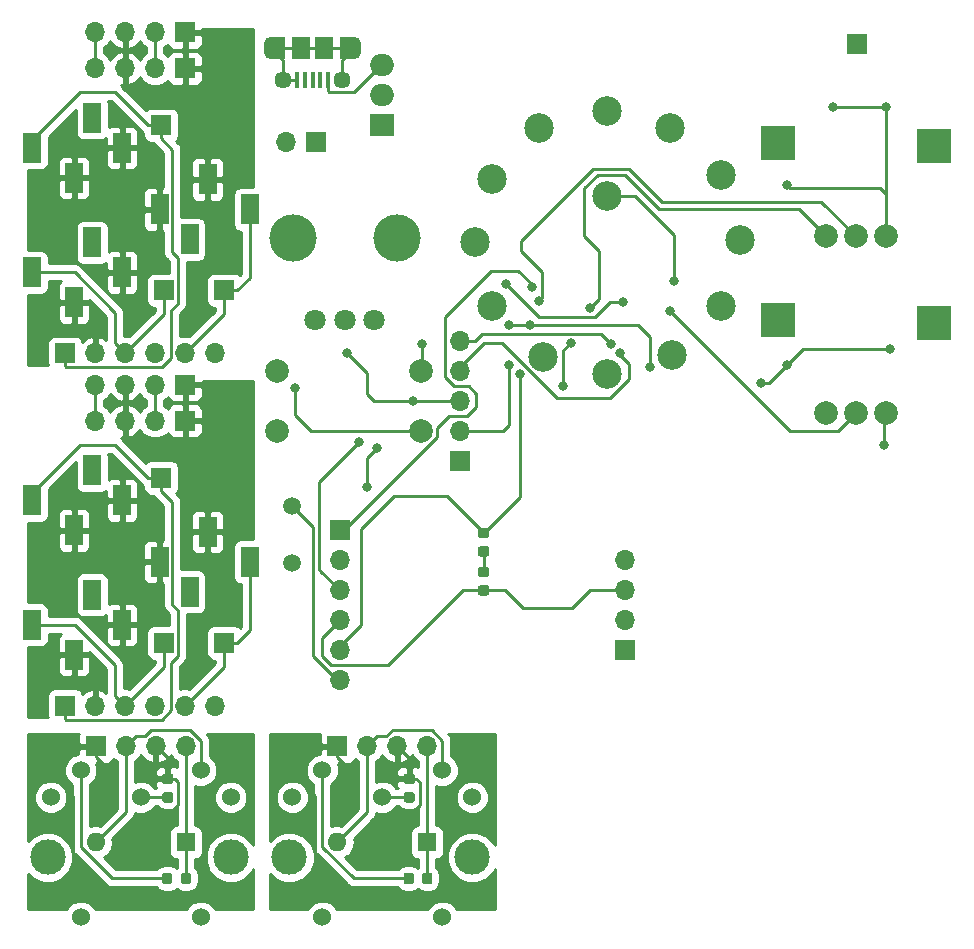
<source format=gtl>
G04 #@! TF.GenerationSoftware,KiCad,Pcbnew,(5.0.2)-1*
G04 #@! TF.CreationDate,2019-02-15T13:53:21+00:00*
G04 #@! TF.ProjectId,panel,70616e65-6c2e-46b6-9963-61645f706362,rev?*
G04 #@! TF.SameCoordinates,Original*
G04 #@! TF.FileFunction,Copper,L1,Top*
G04 #@! TF.FilePolarity,Positive*
%FSLAX46Y46*%
G04 Gerber Fmt 4.6, Leading zero omitted, Abs format (unit mm)*
G04 Created by KiCad (PCBNEW (5.0.2)-1) date 15/02/2019 13:53:21*
%MOMM*%
%LPD*%
G01*
G04 APERTURE LIST*
G04 #@! TA.AperFunction,ComponentPad*
%ADD10R,1.700000X1.700000*%
G04 #@! TD*
G04 #@! TA.AperFunction,ComponentPad*
%ADD11O,1.700000X1.700000*%
G04 #@! TD*
G04 #@! TA.AperFunction,Conductor*
%ADD12C,0.100000*%
G04 #@! TD*
G04 #@! TA.AperFunction,SMDPad,CuDef*
%ADD13C,0.875000*%
G04 #@! TD*
G04 #@! TA.AperFunction,ComponentPad*
%ADD14C,2.500000*%
G04 #@! TD*
G04 #@! TA.AperFunction,ComponentPad*
%ADD15R,3.000000X3.000000*%
G04 #@! TD*
G04 #@! TA.AperFunction,ComponentPad*
%ADD16C,2.000000*%
G04 #@! TD*
G04 #@! TA.AperFunction,ComponentPad*
%ADD17C,1.500000*%
G04 #@! TD*
G04 #@! TA.AperFunction,SMDPad,CuDef*
%ADD18R,1.500000X1.900000*%
G04 #@! TD*
G04 #@! TA.AperFunction,ComponentPad*
%ADD19C,1.450000*%
G04 #@! TD*
G04 #@! TA.AperFunction,SMDPad,CuDef*
%ADD20R,0.400000X1.350000*%
G04 #@! TD*
G04 #@! TA.AperFunction,ComponentPad*
%ADD21O,1.200000X1.900000*%
G04 #@! TD*
G04 #@! TA.AperFunction,SMDPad,CuDef*
%ADD22R,1.200000X1.900000*%
G04 #@! TD*
G04 #@! TA.AperFunction,ComponentPad*
%ADD23C,1.800000*%
G04 #@! TD*
G04 #@! TA.AperFunction,WasherPad*
%ADD24C,4.000000*%
G04 #@! TD*
G04 #@! TA.AperFunction,ComponentPad*
%ADD25R,2.000000X1.905000*%
G04 #@! TD*
G04 #@! TA.AperFunction,ComponentPad*
%ADD26O,2.000000X1.905000*%
G04 #@! TD*
G04 #@! TA.AperFunction,ComponentPad*
%ADD27R,1.600000X1.600000*%
G04 #@! TD*
G04 #@! TA.AperFunction,ComponentPad*
%ADD28O,1.600000X1.600000*%
G04 #@! TD*
G04 #@! TA.AperFunction,ComponentPad*
%ADD29C,1.524000*%
G04 #@! TD*
G04 #@! TA.AperFunction,ComponentPad*
%ADD30C,3.000000*%
G04 #@! TD*
G04 #@! TA.AperFunction,ComponentPad*
%ADD31R,1.500000X2.500000*%
G04 #@! TD*
G04 #@! TA.AperFunction,ViaPad*
%ADD32C,0.800000*%
G04 #@! TD*
G04 #@! TA.AperFunction,Conductor*
%ADD33C,0.250000*%
G04 #@! TD*
G04 #@! TA.AperFunction,Conductor*
%ADD34C,0.254000*%
G04 #@! TD*
G04 APERTURE END LIST*
D10*
G04 #@! TO.P,J1,1*
G04 #@! TO.N,MCLR*
X116014500Y-87757000D03*
D11*
G04 #@! TO.P,J1,2*
G04 #@! TO.N,VDD*
X116014500Y-85217000D03*
G04 #@! TO.P,J1,3*
G04 #@! TO.N,BAT-*
X116014500Y-82677000D03*
G04 #@! TO.P,J1,4*
G04 #@! TO.N,PGD*
X116014500Y-80137000D03*
G04 #@! TO.P,J1,5*
G04 #@! TO.N,B2*
X116014500Y-77597000D03*
G04 #@! TD*
D12*
G04 #@! TO.N,BAT-*
G04 #@! TO.C,D1*
G36*
X118324191Y-98242553D02*
X118345426Y-98245703D01*
X118366250Y-98250919D01*
X118386462Y-98258151D01*
X118405868Y-98267330D01*
X118424281Y-98278366D01*
X118441524Y-98291154D01*
X118457430Y-98305570D01*
X118471846Y-98321476D01*
X118484634Y-98338719D01*
X118495670Y-98357132D01*
X118504849Y-98376538D01*
X118512081Y-98396750D01*
X118517297Y-98417574D01*
X118520447Y-98438809D01*
X118521500Y-98460250D01*
X118521500Y-98897750D01*
X118520447Y-98919191D01*
X118517297Y-98940426D01*
X118512081Y-98961250D01*
X118504849Y-98981462D01*
X118495670Y-99000868D01*
X118484634Y-99019281D01*
X118471846Y-99036524D01*
X118457430Y-99052430D01*
X118441524Y-99066846D01*
X118424281Y-99079634D01*
X118405868Y-99090670D01*
X118386462Y-99099849D01*
X118366250Y-99107081D01*
X118345426Y-99112297D01*
X118324191Y-99115447D01*
X118302750Y-99116500D01*
X117790250Y-99116500D01*
X117768809Y-99115447D01*
X117747574Y-99112297D01*
X117726750Y-99107081D01*
X117706538Y-99099849D01*
X117687132Y-99090670D01*
X117668719Y-99079634D01*
X117651476Y-99066846D01*
X117635570Y-99052430D01*
X117621154Y-99036524D01*
X117608366Y-99019281D01*
X117597330Y-99000868D01*
X117588151Y-98981462D01*
X117580919Y-98961250D01*
X117575703Y-98940426D01*
X117572553Y-98919191D01*
X117571500Y-98897750D01*
X117571500Y-98460250D01*
X117572553Y-98438809D01*
X117575703Y-98417574D01*
X117580919Y-98396750D01*
X117588151Y-98376538D01*
X117597330Y-98357132D01*
X117608366Y-98338719D01*
X117621154Y-98321476D01*
X117635570Y-98305570D01*
X117651476Y-98291154D01*
X117668719Y-98278366D01*
X117687132Y-98267330D01*
X117706538Y-98258151D01*
X117726750Y-98250919D01*
X117747574Y-98245703D01*
X117768809Y-98242553D01*
X117790250Y-98241500D01*
X118302750Y-98241500D01*
X118324191Y-98242553D01*
X118324191Y-98242553D01*
G37*
D13*
G04 #@! TD*
G04 #@! TO.P,D1,1*
G04 #@! TO.N,BAT-*
X118046500Y-98679000D03*
D12*
G04 #@! TO.N,Net-(D1-Pad2)*
G04 #@! TO.C,D1*
G36*
X118324191Y-96667553D02*
X118345426Y-96670703D01*
X118366250Y-96675919D01*
X118386462Y-96683151D01*
X118405868Y-96692330D01*
X118424281Y-96703366D01*
X118441524Y-96716154D01*
X118457430Y-96730570D01*
X118471846Y-96746476D01*
X118484634Y-96763719D01*
X118495670Y-96782132D01*
X118504849Y-96801538D01*
X118512081Y-96821750D01*
X118517297Y-96842574D01*
X118520447Y-96863809D01*
X118521500Y-96885250D01*
X118521500Y-97322750D01*
X118520447Y-97344191D01*
X118517297Y-97365426D01*
X118512081Y-97386250D01*
X118504849Y-97406462D01*
X118495670Y-97425868D01*
X118484634Y-97444281D01*
X118471846Y-97461524D01*
X118457430Y-97477430D01*
X118441524Y-97491846D01*
X118424281Y-97504634D01*
X118405868Y-97515670D01*
X118386462Y-97524849D01*
X118366250Y-97532081D01*
X118345426Y-97537297D01*
X118324191Y-97540447D01*
X118302750Y-97541500D01*
X117790250Y-97541500D01*
X117768809Y-97540447D01*
X117747574Y-97537297D01*
X117726750Y-97532081D01*
X117706538Y-97524849D01*
X117687132Y-97515670D01*
X117668719Y-97504634D01*
X117651476Y-97491846D01*
X117635570Y-97477430D01*
X117621154Y-97461524D01*
X117608366Y-97444281D01*
X117597330Y-97425868D01*
X117588151Y-97406462D01*
X117580919Y-97386250D01*
X117575703Y-97365426D01*
X117572553Y-97344191D01*
X117571500Y-97322750D01*
X117571500Y-96885250D01*
X117572553Y-96863809D01*
X117575703Y-96842574D01*
X117580919Y-96821750D01*
X117588151Y-96801538D01*
X117597330Y-96782132D01*
X117608366Y-96763719D01*
X117621154Y-96746476D01*
X117635570Y-96730570D01*
X117651476Y-96716154D01*
X117668719Y-96703366D01*
X117687132Y-96692330D01*
X117706538Y-96683151D01*
X117726750Y-96675919D01*
X117747574Y-96670703D01*
X117768809Y-96667553D01*
X117790250Y-96666500D01*
X118302750Y-96666500D01*
X118324191Y-96667553D01*
X118324191Y-96667553D01*
G37*
D13*
G04 #@! TD*
G04 #@! TO.P,D1,2*
G04 #@! TO.N,Net-(D1-Pad2)*
X118046500Y-97104000D03*
D10*
G04 #@! TO.P,J2,1*
G04 #@! TO.N,PWM*
X105854500Y-93599000D03*
D11*
G04 #@! TO.P,J2,2*
G04 #@! TO.N,BAT-*
X105854500Y-96139000D03*
G04 #@! TO.P,J2,3*
G04 #@! TO.N,VOUT_*
X105854500Y-98679000D03*
G04 #@! TO.P,J2,4*
G04 #@! TO.N,BAT-*
X105854500Y-101219000D03*
G04 #@! TO.P,J2,5*
G04 #@! TO.N,TRIGGER*
X105854500Y-103759000D03*
G04 #@! TO.P,J2,6*
G04 #@! TO.N,VDD*
X105854500Y-106299000D03*
G04 #@! TD*
D10*
G04 #@! TO.P,J5,1*
G04 #@! TO.N,VDD*
X149669500Y-52451000D03*
G04 #@! TD*
G04 #@! TO.P,J10,1*
G04 #@! TO.N,BAT+*
X103822500Y-60706000D03*
D11*
G04 #@! TO.P,J10,2*
G04 #@! TO.N,BAT-*
X101282500Y-60706000D03*
G04 #@! TD*
D12*
G04 #@! TO.N,TRIGGER*
G04 #@! TO.C,R5*
G36*
X118324191Y-93365553D02*
X118345426Y-93368703D01*
X118366250Y-93373919D01*
X118386462Y-93381151D01*
X118405868Y-93390330D01*
X118424281Y-93401366D01*
X118441524Y-93414154D01*
X118457430Y-93428570D01*
X118471846Y-93444476D01*
X118484634Y-93461719D01*
X118495670Y-93480132D01*
X118504849Y-93499538D01*
X118512081Y-93519750D01*
X118517297Y-93540574D01*
X118520447Y-93561809D01*
X118521500Y-93583250D01*
X118521500Y-94020750D01*
X118520447Y-94042191D01*
X118517297Y-94063426D01*
X118512081Y-94084250D01*
X118504849Y-94104462D01*
X118495670Y-94123868D01*
X118484634Y-94142281D01*
X118471846Y-94159524D01*
X118457430Y-94175430D01*
X118441524Y-94189846D01*
X118424281Y-94202634D01*
X118405868Y-94213670D01*
X118386462Y-94222849D01*
X118366250Y-94230081D01*
X118345426Y-94235297D01*
X118324191Y-94238447D01*
X118302750Y-94239500D01*
X117790250Y-94239500D01*
X117768809Y-94238447D01*
X117747574Y-94235297D01*
X117726750Y-94230081D01*
X117706538Y-94222849D01*
X117687132Y-94213670D01*
X117668719Y-94202634D01*
X117651476Y-94189846D01*
X117635570Y-94175430D01*
X117621154Y-94159524D01*
X117608366Y-94142281D01*
X117597330Y-94123868D01*
X117588151Y-94104462D01*
X117580919Y-94084250D01*
X117575703Y-94063426D01*
X117572553Y-94042191D01*
X117571500Y-94020750D01*
X117571500Y-93583250D01*
X117572553Y-93561809D01*
X117575703Y-93540574D01*
X117580919Y-93519750D01*
X117588151Y-93499538D01*
X117597330Y-93480132D01*
X117608366Y-93461719D01*
X117621154Y-93444476D01*
X117635570Y-93428570D01*
X117651476Y-93414154D01*
X117668719Y-93401366D01*
X117687132Y-93390330D01*
X117706538Y-93381151D01*
X117726750Y-93373919D01*
X117747574Y-93368703D01*
X117768809Y-93365553D01*
X117790250Y-93364500D01*
X118302750Y-93364500D01*
X118324191Y-93365553D01*
X118324191Y-93365553D01*
G37*
D13*
G04 #@! TD*
G04 #@! TO.P,R5,2*
G04 #@! TO.N,TRIGGER*
X118046500Y-93802000D03*
D12*
G04 #@! TO.N,Net-(D1-Pad2)*
G04 #@! TO.C,R5*
G36*
X118324191Y-94940553D02*
X118345426Y-94943703D01*
X118366250Y-94948919D01*
X118386462Y-94956151D01*
X118405868Y-94965330D01*
X118424281Y-94976366D01*
X118441524Y-94989154D01*
X118457430Y-95003570D01*
X118471846Y-95019476D01*
X118484634Y-95036719D01*
X118495670Y-95055132D01*
X118504849Y-95074538D01*
X118512081Y-95094750D01*
X118517297Y-95115574D01*
X118520447Y-95136809D01*
X118521500Y-95158250D01*
X118521500Y-95595750D01*
X118520447Y-95617191D01*
X118517297Y-95638426D01*
X118512081Y-95659250D01*
X118504849Y-95679462D01*
X118495670Y-95698868D01*
X118484634Y-95717281D01*
X118471846Y-95734524D01*
X118457430Y-95750430D01*
X118441524Y-95764846D01*
X118424281Y-95777634D01*
X118405868Y-95788670D01*
X118386462Y-95797849D01*
X118366250Y-95805081D01*
X118345426Y-95810297D01*
X118324191Y-95813447D01*
X118302750Y-95814500D01*
X117790250Y-95814500D01*
X117768809Y-95813447D01*
X117747574Y-95810297D01*
X117726750Y-95805081D01*
X117706538Y-95797849D01*
X117687132Y-95788670D01*
X117668719Y-95777634D01*
X117651476Y-95764846D01*
X117635570Y-95750430D01*
X117621154Y-95734524D01*
X117608366Y-95717281D01*
X117597330Y-95698868D01*
X117588151Y-95679462D01*
X117580919Y-95659250D01*
X117575703Y-95638426D01*
X117572553Y-95617191D01*
X117571500Y-95595750D01*
X117571500Y-95158250D01*
X117572553Y-95136809D01*
X117575703Y-95115574D01*
X117580919Y-95094750D01*
X117588151Y-95074538D01*
X117597330Y-95055132D01*
X117608366Y-95036719D01*
X117621154Y-95019476D01*
X117635570Y-95003570D01*
X117651476Y-94989154D01*
X117668719Y-94976366D01*
X117687132Y-94965330D01*
X117706538Y-94956151D01*
X117726750Y-94948919D01*
X117747574Y-94943703D01*
X117768809Y-94940553D01*
X117790250Y-94939500D01*
X118302750Y-94939500D01*
X118324191Y-94940553D01*
X118324191Y-94940553D01*
G37*
D13*
G04 #@! TD*
G04 #@! TO.P,R5,1*
G04 #@! TO.N,Net-(D1-Pad2)*
X118046500Y-95377000D03*
D14*
G04 #@! TO.P,SW1,4*
G04 #@! TO.N,Net-(SW1-Pad4)*
X138159177Y-63467636D03*
G04 #@! TO.P,SW1,5*
G04 #@! TO.N,Net-(SW1-Pad5)*
X139775623Y-69035395D03*
G04 #@! TO.P,SW1,6*
G04 #@! TO.N,Net-(SW1-Pad6)*
X138159177Y-74603154D03*
G04 #@! TO.P,SW1,7*
G04 #@! TO.N,Net-(SW1-Pad7)*
X134028259Y-78734071D03*
G04 #@! TO.P,SW1,8*
G04 #@! TO.N,Net-(SW1-Pad8)*
X128460500Y-80350518D03*
G04 #@! TO.P,SW1,9*
G04 #@! TO.N,Net-(SW1-Pad9)*
X123072346Y-78913677D03*
G04 #@! TO.P,SW1,10*
G04 #@! TO.N,Net-(SW1-Pad10)*
X118761823Y-74603154D03*
G04 #@! TO.P,SW1,11*
G04 #@! TO.N,Net-(SW1-Pad11)*
X117324982Y-69215000D03*
G04 #@! TO.P,SW1,12*
G04 #@! TO.N,Net-(SW1-Pad12)*
X118761823Y-63826846D03*
G04 #@! TO.P,SW1,1*
G04 #@! TO.N,Net-(R1-Pad1)*
X122713136Y-59516323D03*
G04 #@! TO.P,SW1,2*
G04 #@! TO.N,Net-(R2-Pad1)*
X128460500Y-58079482D03*
G04 #@! TO.P,SW1,3*
G04 #@! TO.N,Net-(R4-Pad1)*
X133848654Y-59516323D03*
G04 #@! TO.P,SW1,13*
G04 #@! TO.N,Net-(R3-Pad2)*
X128460500Y-65263687D03*
G04 #@! TD*
D15*
G04 #@! TO.P,SW2,*
G04 #@! TO.N,*
X156146500Y-61087000D03*
X142938500Y-60833000D03*
D16*
G04 #@! TO.P,SW2,C*
G04 #@! TO.N,BAT-*
X152082500Y-68707000D03*
G04 #@! TO.P,SW2,B*
G04 #@! TO.N,B1*
X149542500Y-68707000D03*
G04 #@! TO.P,SW2,A*
G04 #@! TO.N,A1*
X147002500Y-68707000D03*
G04 #@! TD*
G04 #@! TO.P,SW3,A*
G04 #@! TO.N,A2*
X147002500Y-83693000D03*
G04 #@! TO.P,SW3,B*
G04 #@! TO.N,B2*
X149542500Y-83693000D03*
G04 #@! TO.P,SW3,C*
G04 #@! TO.N,BAT-*
X152082500Y-83693000D03*
D15*
G04 #@! TO.P,SW3,*
G04 #@! TO.N,*
X142938500Y-75819000D03*
X156146500Y-76073000D03*
G04 #@! TD*
D16*
G04 #@! TO.P,SW4,1*
G04 #@! TO.N,VDD*
X112712500Y-85217000D03*
G04 #@! TO.P,SW4,2*
G04 #@! TO.N,Net-(SW4-Pad2)*
X100520500Y-85217000D03*
G04 #@! TO.P,SW4,3*
G04 #@! TO.N,Net-(SW4-Pad3)*
X112712500Y-80137000D03*
G04 #@! TO.P,SW4,4*
G04 #@! TO.N,Net-(SW4-Pad4)*
X100520500Y-80137000D03*
G04 #@! TD*
D17*
G04 #@! TO.P,Y1,1*
G04 #@! TO.N,Net-(U1-Pad5)*
X101790500Y-96393000D03*
G04 #@! TO.P,Y1,2*
G04 #@! TO.N,VDD*
X101790500Y-91513000D03*
G04 #@! TD*
D18*
G04 #@! TO.P,J4,6*
G04 #@! TO.N,BAT-*
X102568500Y-52737500D03*
D19*
X106068500Y-55437500D03*
D20*
G04 #@! TO.P,J4,2*
G04 #@! TO.N,Net-(J4-Pad2)*
X104218500Y-55437500D03*
G04 #@! TO.P,J4,1*
G04 #@! TO.N,VDD*
X104868500Y-55437500D03*
G04 #@! TO.P,J4,5*
G04 #@! TO.N,BAT-*
X102268500Y-55437500D03*
G04 #@! TO.P,J4,4*
G04 #@! TO.N,Net-(J4-Pad4)*
X102918500Y-55437500D03*
G04 #@! TO.P,J4,3*
G04 #@! TO.N,Net-(J4-Pad3)*
X103568500Y-55437500D03*
D19*
G04 #@! TO.P,J4,6*
G04 #@! TO.N,BAT-*
X101068500Y-55437500D03*
D18*
X104568500Y-52737500D03*
D21*
X107068500Y-52737500D03*
X100068500Y-52737500D03*
D22*
X100668500Y-52737500D03*
X106468500Y-52737500D03*
G04 #@! TD*
D23*
G04 #@! TO.P,RV1,3*
G04 #@! TO.N,BAT-*
X103775500Y-75819000D03*
G04 #@! TO.P,RV1,2*
G04 #@! TO.N,VOUT_*
X106275500Y-75819000D03*
G04 #@! TO.P,RV1,1*
G04 #@! TO.N,VOUT*
X108775500Y-75819000D03*
D24*
G04 #@! TO.P,RV1,*
G04 #@! TO.N,*
X101875500Y-68819000D03*
X110675500Y-68819000D03*
G04 #@! TD*
D10*
G04 #@! TO.P,J3,1*
G04 #@! TO.N,BAT-*
X129984500Y-103759000D03*
D11*
G04 #@! TO.P,J3,2*
G04 #@! TO.N,D2*
X129984500Y-101219000D03*
G04 #@! TO.P,J3,3*
G04 #@! TO.N,BAT-*
X129984500Y-98679000D03*
G04 #@! TO.P,J3,4*
G04 #@! TO.N,D1*
X129984500Y-96139000D03*
G04 #@! TD*
D25*
G04 #@! TO.P,U4,1*
G04 #@! TO.N,BAT+*
X109410500Y-59309000D03*
D26*
G04 #@! TO.P,U4,2*
G04 #@! TO.N,BAT-*
X109410500Y-56769000D03*
G04 #@! TO.P,U4,3*
G04 #@! TO.N,VDD*
X109410500Y-54229000D03*
G04 #@! TD*
D27*
G04 #@! TO.P,D1,1*
G04 #@! TO.N,D1*
X92837000Y-120015000D03*
D28*
G04 #@! TO.P,D1,2*
G04 #@! TO.N,D2*
X85217000Y-120015000D03*
G04 #@! TD*
D12*
G04 #@! TO.N,GND*
G04 #@! TO.C,C2*
G36*
X91590691Y-114193553D02*
X91611926Y-114196703D01*
X91632750Y-114201919D01*
X91652962Y-114209151D01*
X91672368Y-114218330D01*
X91690781Y-114229366D01*
X91708024Y-114242154D01*
X91723930Y-114256570D01*
X91738346Y-114272476D01*
X91751134Y-114289719D01*
X91762170Y-114308132D01*
X91771349Y-114327538D01*
X91778581Y-114347750D01*
X91783797Y-114368574D01*
X91786947Y-114389809D01*
X91788000Y-114411250D01*
X91788000Y-114848750D01*
X91786947Y-114870191D01*
X91783797Y-114891426D01*
X91778581Y-114912250D01*
X91771349Y-114932462D01*
X91762170Y-114951868D01*
X91751134Y-114970281D01*
X91738346Y-114987524D01*
X91723930Y-115003430D01*
X91708024Y-115017846D01*
X91690781Y-115030634D01*
X91672368Y-115041670D01*
X91652962Y-115050849D01*
X91632750Y-115058081D01*
X91611926Y-115063297D01*
X91590691Y-115066447D01*
X91569250Y-115067500D01*
X91056750Y-115067500D01*
X91035309Y-115066447D01*
X91014074Y-115063297D01*
X90993250Y-115058081D01*
X90973038Y-115050849D01*
X90953632Y-115041670D01*
X90935219Y-115030634D01*
X90917976Y-115017846D01*
X90902070Y-115003430D01*
X90887654Y-114987524D01*
X90874866Y-114970281D01*
X90863830Y-114951868D01*
X90854651Y-114932462D01*
X90847419Y-114912250D01*
X90842203Y-114891426D01*
X90839053Y-114870191D01*
X90838000Y-114848750D01*
X90838000Y-114411250D01*
X90839053Y-114389809D01*
X90842203Y-114368574D01*
X90847419Y-114347750D01*
X90854651Y-114327538D01*
X90863830Y-114308132D01*
X90874866Y-114289719D01*
X90887654Y-114272476D01*
X90902070Y-114256570D01*
X90917976Y-114242154D01*
X90935219Y-114229366D01*
X90953632Y-114218330D01*
X90973038Y-114209151D01*
X90993250Y-114201919D01*
X91014074Y-114196703D01*
X91035309Y-114193553D01*
X91056750Y-114192500D01*
X91569250Y-114192500D01*
X91590691Y-114193553D01*
X91590691Y-114193553D01*
G37*
D13*
G04 #@! TD*
G04 #@! TO.P,C2,1*
G04 #@! TO.N,GND*
X91313000Y-114630000D03*
D12*
G04 #@! TO.N,Net-(C2-Pad2)*
G04 #@! TO.C,C2*
G36*
X91590691Y-115768553D02*
X91611926Y-115771703D01*
X91632750Y-115776919D01*
X91652962Y-115784151D01*
X91672368Y-115793330D01*
X91690781Y-115804366D01*
X91708024Y-115817154D01*
X91723930Y-115831570D01*
X91738346Y-115847476D01*
X91751134Y-115864719D01*
X91762170Y-115883132D01*
X91771349Y-115902538D01*
X91778581Y-115922750D01*
X91783797Y-115943574D01*
X91786947Y-115964809D01*
X91788000Y-115986250D01*
X91788000Y-116423750D01*
X91786947Y-116445191D01*
X91783797Y-116466426D01*
X91778581Y-116487250D01*
X91771349Y-116507462D01*
X91762170Y-116526868D01*
X91751134Y-116545281D01*
X91738346Y-116562524D01*
X91723930Y-116578430D01*
X91708024Y-116592846D01*
X91690781Y-116605634D01*
X91672368Y-116616670D01*
X91652962Y-116625849D01*
X91632750Y-116633081D01*
X91611926Y-116638297D01*
X91590691Y-116641447D01*
X91569250Y-116642500D01*
X91056750Y-116642500D01*
X91035309Y-116641447D01*
X91014074Y-116638297D01*
X90993250Y-116633081D01*
X90973038Y-116625849D01*
X90953632Y-116616670D01*
X90935219Y-116605634D01*
X90917976Y-116592846D01*
X90902070Y-116578430D01*
X90887654Y-116562524D01*
X90874866Y-116545281D01*
X90863830Y-116526868D01*
X90854651Y-116507462D01*
X90847419Y-116487250D01*
X90842203Y-116466426D01*
X90839053Y-116445191D01*
X90838000Y-116423750D01*
X90838000Y-115986250D01*
X90839053Y-115964809D01*
X90842203Y-115943574D01*
X90847419Y-115922750D01*
X90854651Y-115902538D01*
X90863830Y-115883132D01*
X90874866Y-115864719D01*
X90887654Y-115847476D01*
X90902070Y-115831570D01*
X90917976Y-115817154D01*
X90935219Y-115804366D01*
X90953632Y-115793330D01*
X90973038Y-115784151D01*
X90993250Y-115776919D01*
X91014074Y-115771703D01*
X91035309Y-115768553D01*
X91056750Y-115767500D01*
X91569250Y-115767500D01*
X91590691Y-115768553D01*
X91590691Y-115768553D01*
G37*
D13*
G04 #@! TD*
G04 #@! TO.P,C2,2*
G04 #@! TO.N,Net-(C2-Pad2)*
X91313000Y-116205000D03*
D12*
G04 #@! TO.N,D1*
G04 #@! TO.C,R1*
G36*
X93077191Y-122589053D02*
X93098426Y-122592203D01*
X93119250Y-122597419D01*
X93139462Y-122604651D01*
X93158868Y-122613830D01*
X93177281Y-122624866D01*
X93194524Y-122637654D01*
X93210430Y-122652070D01*
X93224846Y-122667976D01*
X93237634Y-122685219D01*
X93248670Y-122703632D01*
X93257849Y-122723038D01*
X93265081Y-122743250D01*
X93270297Y-122764074D01*
X93273447Y-122785309D01*
X93274500Y-122806750D01*
X93274500Y-123319250D01*
X93273447Y-123340691D01*
X93270297Y-123361926D01*
X93265081Y-123382750D01*
X93257849Y-123402962D01*
X93248670Y-123422368D01*
X93237634Y-123440781D01*
X93224846Y-123458024D01*
X93210430Y-123473930D01*
X93194524Y-123488346D01*
X93177281Y-123501134D01*
X93158868Y-123512170D01*
X93139462Y-123521349D01*
X93119250Y-123528581D01*
X93098426Y-123533797D01*
X93077191Y-123536947D01*
X93055750Y-123538000D01*
X92618250Y-123538000D01*
X92596809Y-123536947D01*
X92575574Y-123533797D01*
X92554750Y-123528581D01*
X92534538Y-123521349D01*
X92515132Y-123512170D01*
X92496719Y-123501134D01*
X92479476Y-123488346D01*
X92463570Y-123473930D01*
X92449154Y-123458024D01*
X92436366Y-123440781D01*
X92425330Y-123422368D01*
X92416151Y-123402962D01*
X92408919Y-123382750D01*
X92403703Y-123361926D01*
X92400553Y-123340691D01*
X92399500Y-123319250D01*
X92399500Y-122806750D01*
X92400553Y-122785309D01*
X92403703Y-122764074D01*
X92408919Y-122743250D01*
X92416151Y-122723038D01*
X92425330Y-122703632D01*
X92436366Y-122685219D01*
X92449154Y-122667976D01*
X92463570Y-122652070D01*
X92479476Y-122637654D01*
X92496719Y-122624866D01*
X92515132Y-122613830D01*
X92534538Y-122604651D01*
X92554750Y-122597419D01*
X92575574Y-122592203D01*
X92596809Y-122589053D01*
X92618250Y-122588000D01*
X93055750Y-122588000D01*
X93077191Y-122589053D01*
X93077191Y-122589053D01*
G37*
D13*
G04 #@! TD*
G04 #@! TO.P,R1,1*
G04 #@! TO.N,D1*
X92837000Y-123063000D03*
D12*
G04 #@! TO.N,Net-(J1-Pad4)*
G04 #@! TO.C,R1*
G36*
X91502191Y-122589053D02*
X91523426Y-122592203D01*
X91544250Y-122597419D01*
X91564462Y-122604651D01*
X91583868Y-122613830D01*
X91602281Y-122624866D01*
X91619524Y-122637654D01*
X91635430Y-122652070D01*
X91649846Y-122667976D01*
X91662634Y-122685219D01*
X91673670Y-122703632D01*
X91682849Y-122723038D01*
X91690081Y-122743250D01*
X91695297Y-122764074D01*
X91698447Y-122785309D01*
X91699500Y-122806750D01*
X91699500Y-123319250D01*
X91698447Y-123340691D01*
X91695297Y-123361926D01*
X91690081Y-123382750D01*
X91682849Y-123402962D01*
X91673670Y-123422368D01*
X91662634Y-123440781D01*
X91649846Y-123458024D01*
X91635430Y-123473930D01*
X91619524Y-123488346D01*
X91602281Y-123501134D01*
X91583868Y-123512170D01*
X91564462Y-123521349D01*
X91544250Y-123528581D01*
X91523426Y-123533797D01*
X91502191Y-123536947D01*
X91480750Y-123538000D01*
X91043250Y-123538000D01*
X91021809Y-123536947D01*
X91000574Y-123533797D01*
X90979750Y-123528581D01*
X90959538Y-123521349D01*
X90940132Y-123512170D01*
X90921719Y-123501134D01*
X90904476Y-123488346D01*
X90888570Y-123473930D01*
X90874154Y-123458024D01*
X90861366Y-123440781D01*
X90850330Y-123422368D01*
X90841151Y-123402962D01*
X90833919Y-123382750D01*
X90828703Y-123361926D01*
X90825553Y-123340691D01*
X90824500Y-123319250D01*
X90824500Y-122806750D01*
X90825553Y-122785309D01*
X90828703Y-122764074D01*
X90833919Y-122743250D01*
X90841151Y-122723038D01*
X90850330Y-122703632D01*
X90861366Y-122685219D01*
X90874154Y-122667976D01*
X90888570Y-122652070D01*
X90904476Y-122637654D01*
X90921719Y-122624866D01*
X90940132Y-122613830D01*
X90959538Y-122604651D01*
X90979750Y-122597419D01*
X91000574Y-122592203D01*
X91021809Y-122589053D01*
X91043250Y-122588000D01*
X91480750Y-122588000D01*
X91502191Y-122589053D01*
X91502191Y-122589053D01*
G37*
D13*
G04 #@! TD*
G04 #@! TO.P,R1,2*
G04 #@! TO.N,Net-(J1-Pad4)*
X91262000Y-123063000D03*
D10*
G04 #@! TO.P,J2,1*
G04 #@! TO.N,GND*
X85217000Y-111887000D03*
D11*
G04 #@! TO.P,J2,2*
G04 #@! TO.N,D2*
X87757000Y-111887000D03*
G04 #@! TO.P,J2,3*
G04 #@! TO.N,GND*
X90297000Y-111887000D03*
G04 #@! TO.P,J2,4*
G04 #@! TO.N,D1*
X92837000Y-111887000D03*
G04 #@! TD*
D29*
G04 #@! TO.P,J1,1*
G04 #@! TO.N,Net-(J1-Pad1)*
X81407000Y-116205000D03*
G04 #@! TO.P,J1,2*
G04 #@! TO.N,Net-(C2-Pad2)*
X89027000Y-116205000D03*
G04 #@! TO.P,J1,3*
G04 #@! TO.N,Net-(J1-Pad3)*
X96647000Y-116205000D03*
G04 #@! TO.P,J1,4*
G04 #@! TO.N,Net-(J1-Pad4)*
X83947000Y-113919000D03*
G04 #@! TO.P,J1,5*
G04 #@! TO.N,D2*
X94107000Y-113919000D03*
D30*
G04 #@! TO.P,J1,*
G04 #@! TO.N,*
X96647000Y-121285000D03*
X81153000Y-121285000D03*
D29*
X83947000Y-126365000D03*
X94107000Y-126365000D03*
G04 #@! TD*
D10*
G04 #@! TO.P,J1,1*
G04 #@! TO.N,PWM*
X82613500Y-78613000D03*
D11*
G04 #@! TO.P,J1,2*
G04 #@! TO.N,GND*
X85153500Y-78613000D03*
G04 #@! TO.P,J1,3*
G04 #@! TO.N,VOUT_*
X87693500Y-78613000D03*
G04 #@! TO.P,J1,4*
G04 #@! TO.N,GND*
X90233500Y-78613000D03*
G04 #@! TO.P,J1,5*
G04 #@! TO.N,TRIGGER*
X92773500Y-78613000D03*
G04 #@! TO.P,J1,6*
G04 #@! TO.N,VDD*
X95313500Y-78613000D03*
G04 #@! TD*
D10*
G04 #@! TO.P,J2,1*
G04 #@! TO.N,TRIGGER*
X96075500Y-73279000D03*
G04 #@! TD*
G04 #@! TO.P,J4,1*
G04 #@! TO.N,PWM*
X90741500Y-59309000D03*
G04 #@! TD*
G04 #@! TO.P,J6,1*
G04 #@! TO.N,VOUT_*
X90995500Y-73279000D03*
G04 #@! TD*
G04 #@! TO.P,J8,1*
G04 #@! TO.N,GND*
X92773500Y-54483000D03*
D11*
G04 #@! TO.P,J8,2*
G04 #@! TO.N,D2*
X90233500Y-54483000D03*
G04 #@! TO.P,J8,3*
G04 #@! TO.N,GND*
X87693500Y-54483000D03*
G04 #@! TO.P,J8,4*
G04 #@! TO.N,D1*
X85153500Y-54483000D03*
G04 #@! TD*
D10*
G04 #@! TO.P,J9,1*
G04 #@! TO.N,GND*
X92773500Y-51435000D03*
D11*
G04 #@! TO.P,J9,2*
G04 #@! TO.N,D2*
X90233500Y-51435000D03*
G04 #@! TO.P,J9,3*
G04 #@! TO.N,GND*
X87693500Y-51435000D03*
G04 #@! TO.P,J9,4*
G04 #@! TO.N,D1*
X85153500Y-51435000D03*
G04 #@! TD*
D31*
G04 #@! TO.P,J7,S*
G04 #@! TO.N,GND*
X87439500Y-71755000D03*
G04 #@! TO.P,J7,G*
X83375500Y-74295000D03*
G04 #@! TO.P,J7,R*
G04 #@! TO.N,Net-(J7-PadR)*
X84899500Y-69215000D03*
G04 #@! TO.P,J7,T*
G04 #@! TO.N,VOUT_*
X79819500Y-71755000D03*
G04 #@! TD*
G04 #@! TO.P,J5,T*
G04 #@! TO.N,PWM*
X79819500Y-61214000D03*
G04 #@! TO.P,J5,R*
G04 #@! TO.N,Net-(J5-PadR)*
X84899500Y-58674000D03*
G04 #@! TO.P,J5,G*
G04 #@! TO.N,GND*
X83375500Y-63754000D03*
G04 #@! TO.P,J5,S*
X87439500Y-61214000D03*
G04 #@! TD*
G04 #@! TO.P,J3,T*
G04 #@! TO.N,TRIGGER*
X98234500Y-66421000D03*
G04 #@! TO.P,J3,R*
G04 #@! TO.N,Net-(J3-PadR)*
X93154500Y-68961000D03*
G04 #@! TO.P,J3,G*
G04 #@! TO.N,GND*
X94678500Y-63881000D03*
G04 #@! TO.P,J3,S*
X90614500Y-66421000D03*
G04 #@! TD*
D10*
G04 #@! TO.P,J1,1*
G04 #@! TO.N,PWM*
X82613500Y-108458000D03*
D11*
G04 #@! TO.P,J1,2*
G04 #@! TO.N,GND*
X85153500Y-108458000D03*
G04 #@! TO.P,J1,3*
G04 #@! TO.N,VOUT_*
X87693500Y-108458000D03*
G04 #@! TO.P,J1,4*
G04 #@! TO.N,GND*
X90233500Y-108458000D03*
G04 #@! TO.P,J1,5*
G04 #@! TO.N,TRIGGER*
X92773500Y-108458000D03*
G04 #@! TO.P,J1,6*
G04 #@! TO.N,VDD*
X95313500Y-108458000D03*
G04 #@! TD*
D10*
G04 #@! TO.P,J2,1*
G04 #@! TO.N,TRIGGER*
X96075500Y-103124000D03*
G04 #@! TD*
G04 #@! TO.P,J4,1*
G04 #@! TO.N,PWM*
X90741500Y-89154000D03*
G04 #@! TD*
G04 #@! TO.P,J6,1*
G04 #@! TO.N,VOUT_*
X90995500Y-103124000D03*
G04 #@! TD*
G04 #@! TO.P,J8,1*
G04 #@! TO.N,GND*
X92773500Y-84328000D03*
D11*
G04 #@! TO.P,J8,2*
G04 #@! TO.N,D2*
X90233500Y-84328000D03*
G04 #@! TO.P,J8,3*
G04 #@! TO.N,GND*
X87693500Y-84328000D03*
G04 #@! TO.P,J8,4*
G04 #@! TO.N,D1*
X85153500Y-84328000D03*
G04 #@! TD*
D10*
G04 #@! TO.P,J9,1*
G04 #@! TO.N,GND*
X92773500Y-81280000D03*
D11*
G04 #@! TO.P,J9,2*
G04 #@! TO.N,D2*
X90233500Y-81280000D03*
G04 #@! TO.P,J9,3*
G04 #@! TO.N,GND*
X87693500Y-81280000D03*
G04 #@! TO.P,J9,4*
G04 #@! TO.N,D1*
X85153500Y-81280000D03*
G04 #@! TD*
D31*
G04 #@! TO.P,J7,S*
G04 #@! TO.N,GND*
X87439500Y-101600000D03*
G04 #@! TO.P,J7,G*
X83375500Y-104140000D03*
G04 #@! TO.P,J7,R*
G04 #@! TO.N,Net-(J7-PadR)*
X84899500Y-99060000D03*
G04 #@! TO.P,J7,T*
G04 #@! TO.N,VOUT_*
X79819500Y-101600000D03*
G04 #@! TD*
G04 #@! TO.P,J5,T*
G04 #@! TO.N,PWM*
X79819500Y-91059000D03*
G04 #@! TO.P,J5,R*
G04 #@! TO.N,Net-(J5-PadR)*
X84899500Y-88519000D03*
G04 #@! TO.P,J5,G*
G04 #@! TO.N,GND*
X83375500Y-93599000D03*
G04 #@! TO.P,J5,S*
X87439500Y-91059000D03*
G04 #@! TD*
G04 #@! TO.P,J3,T*
G04 #@! TO.N,TRIGGER*
X98234500Y-96266000D03*
G04 #@! TO.P,J3,R*
G04 #@! TO.N,Net-(J3-PadR)*
X93154500Y-98806000D03*
G04 #@! TO.P,J3,G*
G04 #@! TO.N,GND*
X94678500Y-93726000D03*
G04 #@! TO.P,J3,S*
X90614500Y-96266000D03*
G04 #@! TD*
D27*
G04 #@! TO.P,D1,1*
G04 #@! TO.N,D1*
X113284000Y-120015000D03*
D28*
G04 #@! TO.P,D1,2*
G04 #@! TO.N,D2*
X105664000Y-120015000D03*
G04 #@! TD*
D12*
G04 #@! TO.N,GND*
G04 #@! TO.C,C2*
G36*
X112037691Y-114193553D02*
X112058926Y-114196703D01*
X112079750Y-114201919D01*
X112099962Y-114209151D01*
X112119368Y-114218330D01*
X112137781Y-114229366D01*
X112155024Y-114242154D01*
X112170930Y-114256570D01*
X112185346Y-114272476D01*
X112198134Y-114289719D01*
X112209170Y-114308132D01*
X112218349Y-114327538D01*
X112225581Y-114347750D01*
X112230797Y-114368574D01*
X112233947Y-114389809D01*
X112235000Y-114411250D01*
X112235000Y-114848750D01*
X112233947Y-114870191D01*
X112230797Y-114891426D01*
X112225581Y-114912250D01*
X112218349Y-114932462D01*
X112209170Y-114951868D01*
X112198134Y-114970281D01*
X112185346Y-114987524D01*
X112170930Y-115003430D01*
X112155024Y-115017846D01*
X112137781Y-115030634D01*
X112119368Y-115041670D01*
X112099962Y-115050849D01*
X112079750Y-115058081D01*
X112058926Y-115063297D01*
X112037691Y-115066447D01*
X112016250Y-115067500D01*
X111503750Y-115067500D01*
X111482309Y-115066447D01*
X111461074Y-115063297D01*
X111440250Y-115058081D01*
X111420038Y-115050849D01*
X111400632Y-115041670D01*
X111382219Y-115030634D01*
X111364976Y-115017846D01*
X111349070Y-115003430D01*
X111334654Y-114987524D01*
X111321866Y-114970281D01*
X111310830Y-114951868D01*
X111301651Y-114932462D01*
X111294419Y-114912250D01*
X111289203Y-114891426D01*
X111286053Y-114870191D01*
X111285000Y-114848750D01*
X111285000Y-114411250D01*
X111286053Y-114389809D01*
X111289203Y-114368574D01*
X111294419Y-114347750D01*
X111301651Y-114327538D01*
X111310830Y-114308132D01*
X111321866Y-114289719D01*
X111334654Y-114272476D01*
X111349070Y-114256570D01*
X111364976Y-114242154D01*
X111382219Y-114229366D01*
X111400632Y-114218330D01*
X111420038Y-114209151D01*
X111440250Y-114201919D01*
X111461074Y-114196703D01*
X111482309Y-114193553D01*
X111503750Y-114192500D01*
X112016250Y-114192500D01*
X112037691Y-114193553D01*
X112037691Y-114193553D01*
G37*
D13*
G04 #@! TD*
G04 #@! TO.P,C2,1*
G04 #@! TO.N,GND*
X111760000Y-114630000D03*
D12*
G04 #@! TO.N,Net-(C2-Pad2)*
G04 #@! TO.C,C2*
G36*
X112037691Y-115768553D02*
X112058926Y-115771703D01*
X112079750Y-115776919D01*
X112099962Y-115784151D01*
X112119368Y-115793330D01*
X112137781Y-115804366D01*
X112155024Y-115817154D01*
X112170930Y-115831570D01*
X112185346Y-115847476D01*
X112198134Y-115864719D01*
X112209170Y-115883132D01*
X112218349Y-115902538D01*
X112225581Y-115922750D01*
X112230797Y-115943574D01*
X112233947Y-115964809D01*
X112235000Y-115986250D01*
X112235000Y-116423750D01*
X112233947Y-116445191D01*
X112230797Y-116466426D01*
X112225581Y-116487250D01*
X112218349Y-116507462D01*
X112209170Y-116526868D01*
X112198134Y-116545281D01*
X112185346Y-116562524D01*
X112170930Y-116578430D01*
X112155024Y-116592846D01*
X112137781Y-116605634D01*
X112119368Y-116616670D01*
X112099962Y-116625849D01*
X112079750Y-116633081D01*
X112058926Y-116638297D01*
X112037691Y-116641447D01*
X112016250Y-116642500D01*
X111503750Y-116642500D01*
X111482309Y-116641447D01*
X111461074Y-116638297D01*
X111440250Y-116633081D01*
X111420038Y-116625849D01*
X111400632Y-116616670D01*
X111382219Y-116605634D01*
X111364976Y-116592846D01*
X111349070Y-116578430D01*
X111334654Y-116562524D01*
X111321866Y-116545281D01*
X111310830Y-116526868D01*
X111301651Y-116507462D01*
X111294419Y-116487250D01*
X111289203Y-116466426D01*
X111286053Y-116445191D01*
X111285000Y-116423750D01*
X111285000Y-115986250D01*
X111286053Y-115964809D01*
X111289203Y-115943574D01*
X111294419Y-115922750D01*
X111301651Y-115902538D01*
X111310830Y-115883132D01*
X111321866Y-115864719D01*
X111334654Y-115847476D01*
X111349070Y-115831570D01*
X111364976Y-115817154D01*
X111382219Y-115804366D01*
X111400632Y-115793330D01*
X111420038Y-115784151D01*
X111440250Y-115776919D01*
X111461074Y-115771703D01*
X111482309Y-115768553D01*
X111503750Y-115767500D01*
X112016250Y-115767500D01*
X112037691Y-115768553D01*
X112037691Y-115768553D01*
G37*
D13*
G04 #@! TD*
G04 #@! TO.P,C2,2*
G04 #@! TO.N,Net-(C2-Pad2)*
X111760000Y-116205000D03*
D12*
G04 #@! TO.N,D1*
G04 #@! TO.C,R1*
G36*
X113524191Y-122589053D02*
X113545426Y-122592203D01*
X113566250Y-122597419D01*
X113586462Y-122604651D01*
X113605868Y-122613830D01*
X113624281Y-122624866D01*
X113641524Y-122637654D01*
X113657430Y-122652070D01*
X113671846Y-122667976D01*
X113684634Y-122685219D01*
X113695670Y-122703632D01*
X113704849Y-122723038D01*
X113712081Y-122743250D01*
X113717297Y-122764074D01*
X113720447Y-122785309D01*
X113721500Y-122806750D01*
X113721500Y-123319250D01*
X113720447Y-123340691D01*
X113717297Y-123361926D01*
X113712081Y-123382750D01*
X113704849Y-123402962D01*
X113695670Y-123422368D01*
X113684634Y-123440781D01*
X113671846Y-123458024D01*
X113657430Y-123473930D01*
X113641524Y-123488346D01*
X113624281Y-123501134D01*
X113605868Y-123512170D01*
X113586462Y-123521349D01*
X113566250Y-123528581D01*
X113545426Y-123533797D01*
X113524191Y-123536947D01*
X113502750Y-123538000D01*
X113065250Y-123538000D01*
X113043809Y-123536947D01*
X113022574Y-123533797D01*
X113001750Y-123528581D01*
X112981538Y-123521349D01*
X112962132Y-123512170D01*
X112943719Y-123501134D01*
X112926476Y-123488346D01*
X112910570Y-123473930D01*
X112896154Y-123458024D01*
X112883366Y-123440781D01*
X112872330Y-123422368D01*
X112863151Y-123402962D01*
X112855919Y-123382750D01*
X112850703Y-123361926D01*
X112847553Y-123340691D01*
X112846500Y-123319250D01*
X112846500Y-122806750D01*
X112847553Y-122785309D01*
X112850703Y-122764074D01*
X112855919Y-122743250D01*
X112863151Y-122723038D01*
X112872330Y-122703632D01*
X112883366Y-122685219D01*
X112896154Y-122667976D01*
X112910570Y-122652070D01*
X112926476Y-122637654D01*
X112943719Y-122624866D01*
X112962132Y-122613830D01*
X112981538Y-122604651D01*
X113001750Y-122597419D01*
X113022574Y-122592203D01*
X113043809Y-122589053D01*
X113065250Y-122588000D01*
X113502750Y-122588000D01*
X113524191Y-122589053D01*
X113524191Y-122589053D01*
G37*
D13*
G04 #@! TD*
G04 #@! TO.P,R1,1*
G04 #@! TO.N,D1*
X113284000Y-123063000D03*
D12*
G04 #@! TO.N,Net-(J1-Pad4)*
G04 #@! TO.C,R1*
G36*
X111949191Y-122589053D02*
X111970426Y-122592203D01*
X111991250Y-122597419D01*
X112011462Y-122604651D01*
X112030868Y-122613830D01*
X112049281Y-122624866D01*
X112066524Y-122637654D01*
X112082430Y-122652070D01*
X112096846Y-122667976D01*
X112109634Y-122685219D01*
X112120670Y-122703632D01*
X112129849Y-122723038D01*
X112137081Y-122743250D01*
X112142297Y-122764074D01*
X112145447Y-122785309D01*
X112146500Y-122806750D01*
X112146500Y-123319250D01*
X112145447Y-123340691D01*
X112142297Y-123361926D01*
X112137081Y-123382750D01*
X112129849Y-123402962D01*
X112120670Y-123422368D01*
X112109634Y-123440781D01*
X112096846Y-123458024D01*
X112082430Y-123473930D01*
X112066524Y-123488346D01*
X112049281Y-123501134D01*
X112030868Y-123512170D01*
X112011462Y-123521349D01*
X111991250Y-123528581D01*
X111970426Y-123533797D01*
X111949191Y-123536947D01*
X111927750Y-123538000D01*
X111490250Y-123538000D01*
X111468809Y-123536947D01*
X111447574Y-123533797D01*
X111426750Y-123528581D01*
X111406538Y-123521349D01*
X111387132Y-123512170D01*
X111368719Y-123501134D01*
X111351476Y-123488346D01*
X111335570Y-123473930D01*
X111321154Y-123458024D01*
X111308366Y-123440781D01*
X111297330Y-123422368D01*
X111288151Y-123402962D01*
X111280919Y-123382750D01*
X111275703Y-123361926D01*
X111272553Y-123340691D01*
X111271500Y-123319250D01*
X111271500Y-122806750D01*
X111272553Y-122785309D01*
X111275703Y-122764074D01*
X111280919Y-122743250D01*
X111288151Y-122723038D01*
X111297330Y-122703632D01*
X111308366Y-122685219D01*
X111321154Y-122667976D01*
X111335570Y-122652070D01*
X111351476Y-122637654D01*
X111368719Y-122624866D01*
X111387132Y-122613830D01*
X111406538Y-122604651D01*
X111426750Y-122597419D01*
X111447574Y-122592203D01*
X111468809Y-122589053D01*
X111490250Y-122588000D01*
X111927750Y-122588000D01*
X111949191Y-122589053D01*
X111949191Y-122589053D01*
G37*
D13*
G04 #@! TD*
G04 #@! TO.P,R1,2*
G04 #@! TO.N,Net-(J1-Pad4)*
X111709000Y-123063000D03*
D10*
G04 #@! TO.P,J2,1*
G04 #@! TO.N,GND*
X105664000Y-111887000D03*
D11*
G04 #@! TO.P,J2,2*
G04 #@! TO.N,D2*
X108204000Y-111887000D03*
G04 #@! TO.P,J2,3*
G04 #@! TO.N,GND*
X110744000Y-111887000D03*
G04 #@! TO.P,J2,4*
G04 #@! TO.N,D1*
X113284000Y-111887000D03*
G04 #@! TD*
D29*
G04 #@! TO.P,J1,1*
G04 #@! TO.N,Net-(J1-Pad1)*
X101854000Y-116205000D03*
G04 #@! TO.P,J1,2*
G04 #@! TO.N,Net-(C2-Pad2)*
X109474000Y-116205000D03*
G04 #@! TO.P,J1,3*
G04 #@! TO.N,Net-(J1-Pad3)*
X117094000Y-116205000D03*
G04 #@! TO.P,J1,4*
G04 #@! TO.N,Net-(J1-Pad4)*
X104394000Y-113919000D03*
G04 #@! TO.P,J1,5*
G04 #@! TO.N,D2*
X114554000Y-113919000D03*
D30*
G04 #@! TO.P,J1,*
G04 #@! TO.N,*
X117094000Y-121285000D03*
X101600000Y-121285000D03*
D29*
X104394000Y-126365000D03*
X114554000Y-126365000D03*
G04 #@! TD*
D32*
G04 #@! TO.N,VDD*
X102044500Y-81534000D03*
X120205500Y-79629000D03*
X120205500Y-76200000D03*
X121983500Y-76200000D03*
X132143500Y-79756000D03*
G04 #@! TO.N,B1*
X122745500Y-74168000D03*
G04 #@! TO.N,B2*
X133794500Y-75057000D03*
X128841500Y-77851000D03*
G04 #@! TO.N,A1*
X127063500Y-74803000D03*
G04 #@! TO.N,BAT-*
X106489500Y-78613000D03*
X112077500Y-82677000D03*
X141541500Y-81153000D03*
X143700500Y-79629000D03*
X151955500Y-86360000D03*
X152463500Y-78232000D03*
X143700500Y-64389000D03*
X109029500Y-86614000D03*
X108140500Y-89916000D03*
X152082500Y-57785000D03*
X147637500Y-57785000D03*
G04 #@! TO.N,MCLR*
X125412500Y-77724000D03*
X124777500Y-81407000D03*
G04 #@! TO.N,PGD*
X129603500Y-78613000D03*
G04 #@! TO.N,PWM*
X122110500Y-73025000D03*
G04 #@! TO.N,VOUT_*
X107505500Y-86106000D03*
G04 #@! TO.N,TRIGGER*
X121094500Y-80391000D03*
G04 #@! TO.N,Net-(R3-Pad2)*
X134175500Y-72517000D03*
G04 #@! TO.N,Net-(SW4-Pad3)*
X129857500Y-74295000D03*
X119951500Y-72771000D03*
X112839500Y-77851000D03*
G04 #@! TD*
D33*
G04 #@! TO.N,VDD*
X109363000Y-54229000D02*
X109410500Y-54229000D01*
X107104499Y-56487501D02*
X109363000Y-54229000D01*
X104993501Y-56487501D02*
X107104499Y-56487501D01*
X104868500Y-56362500D02*
X104993501Y-56487501D01*
X104868500Y-55437500D02*
X104868500Y-56362500D01*
X112712500Y-85217000D02*
X103441500Y-85217000D01*
X103441500Y-85217000D02*
X102044500Y-83820000D01*
X102044500Y-83820000D02*
X102044500Y-81534000D01*
X105854500Y-106299000D02*
X105600500Y-106299000D01*
X105600500Y-106299000D02*
X103568500Y-104267000D01*
X103568500Y-93291000D02*
X101790500Y-91513000D01*
X103568500Y-104267000D02*
X103568500Y-93291000D01*
X116014500Y-85217000D02*
X119697500Y-85217000D01*
X119697500Y-85217000D02*
X120205500Y-84709000D01*
X120205500Y-84709000D02*
X120205500Y-79629000D01*
X120205500Y-76200000D02*
X121983500Y-76200000D01*
X121983500Y-76200000D02*
X131127500Y-76200000D01*
X131127500Y-76200000D02*
X132143500Y-77216000D01*
X132143500Y-77216000D02*
X132143500Y-79756000D01*
G04 #@! TO.N,B1*
X146621500Y-65786000D02*
X149542500Y-68707000D01*
X133159500Y-65786000D02*
X146621500Y-65786000D01*
X122999500Y-71755000D02*
X121221500Y-69977000D01*
X121221500Y-69977000D02*
X121221500Y-69088000D01*
X121221500Y-69088000D02*
X127317500Y-62992000D01*
X127317500Y-62992000D02*
X130365500Y-62992000D01*
X130365500Y-62992000D02*
X133159500Y-65786000D01*
X122999500Y-73914000D02*
X122999500Y-71755000D01*
X122745500Y-74168000D02*
X122999500Y-73914000D01*
G04 #@! TO.N,B2*
X133794500Y-75057000D02*
X143954500Y-85217000D01*
X148018500Y-85217000D02*
X149542500Y-83693000D01*
X143954500Y-85217000D02*
X148018500Y-85217000D01*
X116014500Y-77597000D02*
X117284500Y-77597000D01*
X117284500Y-77597000D02*
X117919500Y-76962000D01*
X127952500Y-76962000D02*
X117919500Y-76962000D01*
X128841500Y-77851000D02*
X127952500Y-76962000D01*
G04 #@! TO.N,A1*
X127063500Y-74803000D02*
X127825500Y-74041000D01*
X127825500Y-74041000D02*
X127825500Y-69977000D01*
X127825500Y-69977000D02*
X126555500Y-68707000D01*
X126555500Y-68707000D02*
X126555500Y-64643000D01*
X126555500Y-64643000D02*
X127698500Y-63500000D01*
X127698500Y-63500000D02*
X129984500Y-63500000D01*
X129984500Y-63500000D02*
X132905500Y-66421000D01*
X144716500Y-66421000D02*
X147002500Y-68707000D01*
X132905500Y-66421000D02*
X144716500Y-66421000D01*
G04 #@! TO.N,BAT-*
X130238500Y-98679000D02*
X127063500Y-98679000D01*
X127063500Y-98679000D02*
X125539500Y-100203000D01*
X125539500Y-100203000D02*
X121348500Y-100203000D01*
X119824500Y-98679000D02*
X118046500Y-98679000D01*
X121348500Y-100203000D02*
X119824500Y-98679000D01*
X118046500Y-98679000D02*
X116268500Y-98679000D01*
X116268500Y-98679000D02*
X109918500Y-105029000D01*
X109918500Y-105029000D02*
X105092500Y-105029000D01*
X105092500Y-105029000D02*
X104330500Y-104267000D01*
X104330500Y-102743000D02*
X105854500Y-101219000D01*
X104330500Y-104267000D02*
X104330500Y-102743000D01*
X101068500Y-55437500D02*
X102268500Y-55437500D01*
X102568500Y-52737500D02*
X100668500Y-52737500D01*
X104568500Y-52737500D02*
X102568500Y-52737500D01*
X106468500Y-52737500D02*
X104568500Y-52737500D01*
X106068500Y-53737500D02*
X107068500Y-52737500D01*
X106068500Y-55437500D02*
X106068500Y-53737500D01*
X101068500Y-53737500D02*
X100068500Y-52737500D01*
X101068500Y-55437500D02*
X101068500Y-53737500D01*
X106489500Y-78613000D02*
X108140500Y-80264000D01*
X108140500Y-80264000D02*
X108140500Y-82042000D01*
X108140500Y-82042000D02*
X108775500Y-82677000D01*
X108775500Y-82677000D02*
X112077500Y-82677000D01*
X112077500Y-82677000D02*
X116014500Y-82677000D01*
X141541500Y-81153000D02*
X142176500Y-81153000D01*
X142176500Y-81153000D02*
X143700500Y-79629000D01*
X151955500Y-83820000D02*
X152082500Y-83693000D01*
X151955500Y-86360000D02*
X151955500Y-83820000D01*
X143700500Y-79629000D02*
X145097500Y-78232000D01*
X145097500Y-78232000D02*
X152463500Y-78232000D01*
X143700500Y-64389000D02*
X143954500Y-64643000D01*
X143954500Y-64643000D02*
X151574500Y-64643000D01*
X152082500Y-65151000D02*
X152082500Y-68707000D01*
X151574500Y-64643000D02*
X152082500Y-65151000D01*
X109029500Y-86614000D02*
X108140500Y-87503000D01*
X108140500Y-87503000D02*
X108140500Y-89916000D01*
X152082500Y-65151000D02*
X152082500Y-57785000D01*
X152082500Y-57785000D02*
X147637500Y-57785000D01*
G04 #@! TO.N,Net-(D1-Pad2)*
X118046500Y-95377000D02*
X118046500Y-97104000D01*
G04 #@! TO.N,MCLR*
X125412500Y-77724000D02*
X124777500Y-78359000D01*
X124777500Y-78359000D02*
X124777500Y-81407000D01*
G04 #@! TO.N,PGD*
X116014500Y-79756000D02*
X116014500Y-80137000D01*
X119570500Y-77724000D02*
X118046500Y-77724000D01*
X129603500Y-78740000D02*
X130365500Y-79502000D01*
X129603500Y-78613000D02*
X129603500Y-78740000D01*
X118046500Y-77724000D02*
X116014500Y-79756000D01*
X130365500Y-79502000D02*
X130365500Y-80772000D01*
X130365500Y-80772000D02*
X128714500Y-82423000D01*
X128714500Y-82423000D02*
X124269500Y-82423000D01*
X124269500Y-82423000D02*
X119570500Y-77724000D01*
G04 #@! TO.N,PWM*
X122110500Y-73025000D02*
X121983500Y-72898000D01*
X106235500Y-93599000D02*
X105854500Y-93599000D01*
X115125500Y-83947000D02*
X114109500Y-84963000D01*
X117411500Y-82042000D02*
X117411500Y-83185000D01*
X114109500Y-84963000D02*
X114109500Y-85725000D01*
X115506500Y-81407000D02*
X116776500Y-81407000D01*
X122110500Y-72771000D02*
X120967500Y-71628000D01*
X122110500Y-73025000D02*
X122110500Y-72771000D01*
X114109500Y-85725000D02*
X106235500Y-93599000D01*
X116776500Y-81407000D02*
X117411500Y-82042000D01*
X120967500Y-71628000D02*
X118681500Y-71628000D01*
X117411500Y-83185000D02*
X116649500Y-83947000D01*
X118681500Y-71628000D02*
X114744500Y-75565000D01*
X114744500Y-75565000D02*
X114744500Y-80645000D01*
X116649500Y-83947000D02*
X115125500Y-83947000D01*
X114744500Y-80645000D02*
X115506500Y-81407000D01*
X90741500Y-60409000D02*
X90741500Y-59309000D01*
X91689501Y-70055001D02*
X91689501Y-61357001D01*
X92170501Y-74389001D02*
X92170501Y-70536001D01*
X91598499Y-74961003D02*
X92170501Y-74389001D01*
X91598499Y-78987003D02*
X91598499Y-74961003D01*
X91689501Y-61357001D02*
X90741500Y-60409000D01*
X90797501Y-79788001D02*
X91598499Y-78987003D01*
X92170501Y-70536001D02*
X91689501Y-70055001D01*
X82688501Y-79788001D02*
X90797501Y-79788001D01*
X82613500Y-79713000D02*
X82688501Y-79788001D01*
X82613500Y-78613000D02*
X82613500Y-79713000D01*
X89641500Y-59309000D02*
X86847500Y-56515000D01*
X90741500Y-59309000D02*
X89641500Y-59309000D01*
X79819500Y-60587000D02*
X79819500Y-61087000D01*
X83891500Y-56515000D02*
X79819500Y-60587000D01*
X86847500Y-56515000D02*
X83891500Y-56515000D01*
X90741500Y-90254000D02*
X90741500Y-89154000D01*
X91689501Y-99900001D02*
X91689501Y-91202001D01*
X92170501Y-104234001D02*
X92170501Y-100381001D01*
X91598499Y-104806003D02*
X92170501Y-104234001D01*
X91598499Y-108832003D02*
X91598499Y-104806003D01*
X91689501Y-91202001D02*
X90741500Y-90254000D01*
X90797501Y-109633001D02*
X91598499Y-108832003D01*
X92170501Y-100381001D02*
X91689501Y-99900001D01*
X82688501Y-109633001D02*
X90797501Y-109633001D01*
X82613500Y-109558000D02*
X82688501Y-109633001D01*
X82613500Y-108458000D02*
X82613500Y-109558000D01*
X89641500Y-89154000D02*
X86847500Y-86360000D01*
X90741500Y-89154000D02*
X89641500Y-89154000D01*
X79819500Y-90432000D02*
X79819500Y-90932000D01*
X83891500Y-86360000D02*
X79819500Y-90432000D01*
X86847500Y-86360000D02*
X83891500Y-86360000D01*
G04 #@! TO.N,VOUT_*
X105854500Y-98679000D02*
X104203500Y-97028000D01*
X104203500Y-97028000D02*
X104076500Y-96901000D01*
X104076500Y-96901000D02*
X104076500Y-89535000D01*
X104076500Y-89535000D02*
X107505500Y-86106000D01*
X90995500Y-75311000D02*
X90995500Y-73279000D01*
X87693500Y-78613000D02*
X90995500Y-75311000D01*
X80819500Y-71755000D02*
X79819500Y-71755000D01*
X83420502Y-71755000D02*
X80819500Y-71755000D01*
X86843501Y-75177999D02*
X83420502Y-71755000D01*
X86843501Y-77763001D02*
X86843501Y-75177999D01*
X87693500Y-78613000D02*
X86843501Y-77763001D01*
X90995500Y-105156000D02*
X90995500Y-103124000D01*
X87693500Y-108458000D02*
X90995500Y-105156000D01*
X80819500Y-101600000D02*
X79819500Y-101600000D01*
X83420502Y-101600000D02*
X80819500Y-101600000D01*
X86843501Y-105022999D02*
X83420502Y-101600000D01*
X86843501Y-107608001D02*
X86843501Y-105022999D01*
X87693500Y-108458000D02*
X86843501Y-107608001D01*
G04 #@! TO.N,TRIGGER*
X105854500Y-103759000D02*
X105854500Y-103378000D01*
X105854500Y-103378000D02*
X107632500Y-101600000D01*
X107632500Y-101600000D02*
X107632500Y-93472000D01*
X107632500Y-93472000D02*
X110426500Y-90678000D01*
X114922500Y-90678000D02*
X118046500Y-93802000D01*
X110426500Y-90678000D02*
X114922500Y-90678000D01*
X121094500Y-90754000D02*
X118046500Y-93802000D01*
X121094500Y-80391000D02*
X121094500Y-90754000D01*
X96075500Y-75311000D02*
X96075500Y-73279000D01*
X92773500Y-78613000D02*
X96075500Y-75311000D01*
X97175500Y-73279000D02*
X96075500Y-73279000D01*
X98234500Y-72220000D02*
X97175500Y-73279000D01*
X98234500Y-66421000D02*
X98234500Y-72220000D01*
X96075500Y-105156000D02*
X96075500Y-103124000D01*
X92773500Y-108458000D02*
X96075500Y-105156000D01*
X97175500Y-103124000D02*
X96075500Y-103124000D01*
X98234500Y-102065000D02*
X97175500Y-103124000D01*
X98234500Y-96266000D02*
X98234500Y-102065000D01*
G04 #@! TO.N,Net-(R3-Pad2)*
X130859187Y-65263687D02*
X128460500Y-65263687D01*
X134175500Y-72517000D02*
X134175500Y-68580000D01*
X134175500Y-68580000D02*
X130859187Y-65263687D01*
G04 #@! TO.N,Net-(SW4-Pad3)*
X129857500Y-74295000D02*
X128968500Y-74295000D01*
X128968500Y-74295000D02*
X128714500Y-74295000D01*
X128714500Y-74295000D02*
X127444500Y-75565000D01*
X127444500Y-75565000D02*
X122745500Y-75565000D01*
X122745500Y-75565000D02*
X119951500Y-72771000D01*
X112839500Y-80010000D02*
X112712500Y-80137000D01*
X112839500Y-77851000D02*
X112839500Y-80010000D01*
G04 #@! TO.N,D2*
X87757000Y-117475000D02*
X85217000Y-120015000D01*
X87757000Y-111887000D02*
X87757000Y-117475000D01*
X89368999Y-111037001D02*
X89896990Y-110509010D01*
X87757000Y-111887000D02*
X88606999Y-111037001D01*
X88606999Y-111037001D02*
X89368999Y-111037001D01*
X94107000Y-112841370D02*
X94107000Y-113919000D01*
X94107000Y-111417998D02*
X94107000Y-112841370D01*
X93198012Y-110509010D02*
X94107000Y-111417998D01*
X89896990Y-110509010D02*
X93198012Y-110509010D01*
X90233500Y-51181000D02*
X90233500Y-54229000D01*
X90233500Y-81026000D02*
X90233500Y-84074000D01*
X108204000Y-117475000D02*
X105664000Y-120015000D01*
X108204000Y-111887000D02*
X108204000Y-117475000D01*
X109815999Y-111037001D02*
X110343990Y-110509010D01*
X108204000Y-111887000D02*
X109053999Y-111037001D01*
X109053999Y-111037001D02*
X109815999Y-111037001D01*
X114554000Y-112841370D02*
X114554000Y-113919000D01*
X114554000Y-111417998D02*
X114554000Y-112841370D01*
X113645012Y-110509010D02*
X114554000Y-111417998D01*
X110343990Y-110509010D02*
X113645012Y-110509010D01*
G04 #@! TO.N,D1*
X92837000Y-123063000D02*
X92837000Y-120015000D01*
X92837000Y-118965000D02*
X92837000Y-111887000D01*
X92837000Y-120015000D02*
X92837000Y-118965000D01*
X85153500Y-53026919D02*
X85153500Y-51181000D01*
X85153500Y-54229000D02*
X85153500Y-53026919D01*
X85153500Y-82871919D02*
X85153500Y-81026000D01*
X85153500Y-84074000D02*
X85153500Y-82871919D01*
X113284000Y-123063000D02*
X113284000Y-120015000D01*
X113284000Y-118965000D02*
X113284000Y-111887000D01*
X113284000Y-120015000D02*
X113284000Y-118965000D01*
G04 #@! TO.N,GND*
X91313000Y-112903000D02*
X90297000Y-111887000D01*
X91313000Y-114630000D02*
X91313000Y-112903000D01*
X85217000Y-111887000D02*
X83566000Y-111887000D01*
X83566000Y-111887000D02*
X82550000Y-112903000D01*
X82550000Y-112903000D02*
X82550000Y-115316000D01*
X82550000Y-115316000D02*
X83312000Y-116078000D01*
X83312000Y-116078000D02*
X83312000Y-122936000D01*
X91313000Y-114630000D02*
X91897000Y-114630000D01*
X91897000Y-114630000D02*
X92202000Y-114935000D01*
X92202000Y-114935000D02*
X92202000Y-116840000D01*
X92202000Y-116840000D02*
X89535000Y-119507000D01*
X85217000Y-111887000D02*
X85217000Y-112776000D01*
X85217000Y-112776000D02*
X85979000Y-113538000D01*
X85979000Y-113538000D02*
X85979000Y-116205000D01*
X111760000Y-112903000D02*
X110744000Y-111887000D01*
X111760000Y-114630000D02*
X111760000Y-112903000D01*
X105664000Y-111887000D02*
X104013000Y-111887000D01*
X104013000Y-111887000D02*
X102997000Y-112903000D01*
X102997000Y-112903000D02*
X102997000Y-115316000D01*
X102997000Y-115316000D02*
X103759000Y-116078000D01*
X103759000Y-116078000D02*
X103759000Y-122936000D01*
X111760000Y-114630000D02*
X112344000Y-114630000D01*
X112344000Y-114630000D02*
X112649000Y-114935000D01*
X112649000Y-114935000D02*
X112649000Y-116840000D01*
X112649000Y-116840000D02*
X109982000Y-119507000D01*
X105664000Y-111887000D02*
X105664000Y-112776000D01*
X105664000Y-112776000D02*
X106426000Y-113538000D01*
X106426000Y-113538000D02*
X106426000Y-116205000D01*
G04 #@! TO.N,Net-(C2-Pad2)*
X89027000Y-116205000D02*
X91313000Y-116205000D01*
X109474000Y-116205000D02*
X111760000Y-116205000D01*
G04 #@! TO.N,Net-(J1-Pad4)*
X83947000Y-114996630D02*
X83947000Y-113919000D01*
X83947000Y-120410002D02*
X83947000Y-114996630D01*
X86599998Y-123063000D02*
X83947000Y-120410002D01*
X91262000Y-123063000D02*
X86599998Y-123063000D01*
X104394000Y-114996630D02*
X104394000Y-113919000D01*
X104394000Y-120410002D02*
X104394000Y-114996630D01*
X107046998Y-123063000D02*
X104394000Y-120410002D01*
X111709000Y-123063000D02*
X107046998Y-123063000D01*
G04 #@! TD*
D34*
G04 #@! TO.N,GND*
G36*
X100271236Y-122975582D02*
X100310352Y-125655000D01*
X99960500Y-125655000D01*
X99960500Y-122664846D01*
X100271236Y-122975582D01*
X100271236Y-122975582D01*
G37*
X100271236Y-122975582D02*
X100310352Y-125655000D01*
X99960500Y-125655000D01*
X99960500Y-122664846D01*
X100271236Y-122975582D01*
G36*
X83732000Y-110910691D02*
X83732000Y-111601250D01*
X83890750Y-111760000D01*
X85090000Y-111760000D01*
X85090000Y-111740000D01*
X85344000Y-111740000D01*
X85344000Y-111760000D01*
X85364000Y-111760000D01*
X85364000Y-112014000D01*
X85344000Y-112014000D01*
X85344000Y-112034000D01*
X85090000Y-112034000D01*
X85090000Y-112014000D01*
X83890750Y-112014000D01*
X83732000Y-112172750D01*
X83732000Y-112522000D01*
X83669119Y-112522000D01*
X83155663Y-112734680D01*
X82762680Y-113127663D01*
X82550000Y-113641119D01*
X82550000Y-114196881D01*
X82762680Y-114710337D01*
X83155663Y-115103320D01*
X83187001Y-115116301D01*
X83187000Y-120335155D01*
X83172112Y-120410002D01*
X83187000Y-120484849D01*
X83187000Y-120484853D01*
X83231096Y-120706538D01*
X83399071Y-120957931D01*
X83462530Y-121000333D01*
X86009669Y-123547473D01*
X86052069Y-123610929D01*
X86115525Y-123653329D01*
X86303460Y-123778904D01*
X86351603Y-123788480D01*
X86525146Y-123823000D01*
X86525150Y-123823000D01*
X86599998Y-123837888D01*
X86674846Y-123823000D01*
X90358104Y-123823000D01*
X90430761Y-123931739D01*
X90711773Y-124119505D01*
X91043250Y-124185440D01*
X91480750Y-124185440D01*
X91812227Y-124119505D01*
X92049500Y-123960964D01*
X92286773Y-124119505D01*
X92618250Y-124185440D01*
X93055750Y-124185440D01*
X93387227Y-124119505D01*
X93668239Y-123931739D01*
X93856005Y-123650727D01*
X93921940Y-123319250D01*
X93921940Y-122806750D01*
X93856005Y-122475273D01*
X93668239Y-122194261D01*
X93597000Y-122146661D01*
X93597000Y-121462440D01*
X93637000Y-121462440D01*
X93884765Y-121413157D01*
X94094809Y-121272809D01*
X94235157Y-121062765D01*
X94284440Y-120815000D01*
X94284440Y-119215000D01*
X94235157Y-118967235D01*
X94094809Y-118757191D01*
X93884765Y-118616843D01*
X93637000Y-118567560D01*
X93597000Y-118567560D01*
X93597000Y-115927119D01*
X95250000Y-115927119D01*
X95250000Y-116482881D01*
X95462680Y-116996337D01*
X95855663Y-117389320D01*
X96369119Y-117602000D01*
X96924881Y-117602000D01*
X97438337Y-117389320D01*
X97831320Y-116996337D01*
X98044000Y-116482881D01*
X98044000Y-115927119D01*
X97831320Y-115413663D01*
X97438337Y-115020680D01*
X96924881Y-114808000D01*
X96369119Y-114808000D01*
X95855663Y-115020680D01*
X95462680Y-115413663D01*
X95250000Y-115927119D01*
X93597000Y-115927119D01*
X93597000Y-115219853D01*
X93829119Y-115316000D01*
X94384881Y-115316000D01*
X94898337Y-115103320D01*
X95291320Y-114710337D01*
X95504000Y-114196881D01*
X95504000Y-113641119D01*
X95291320Y-113127663D01*
X94898337Y-112734680D01*
X94867000Y-112721700D01*
X94867000Y-111492844D01*
X94881888Y-111417997D01*
X94867000Y-111343150D01*
X94867000Y-111343146D01*
X94822904Y-111121461D01*
X94654929Y-110870069D01*
X94615914Y-110844000D01*
X98540501Y-110844000D01*
X98540500Y-120277290D01*
X98456966Y-120075620D01*
X97856380Y-119475034D01*
X97071678Y-119150000D01*
X96222322Y-119150000D01*
X95437620Y-119475034D01*
X94837034Y-120075620D01*
X94512000Y-120860322D01*
X94512000Y-121709678D01*
X94837034Y-122494380D01*
X95437620Y-123094966D01*
X96222322Y-123420000D01*
X97071678Y-123420000D01*
X97856380Y-123094966D01*
X98456966Y-122494380D01*
X98540500Y-122292710D01*
X98540500Y-125655000D01*
X95325011Y-125655000D01*
X95291320Y-125573663D01*
X94898337Y-125180680D01*
X94384881Y-124968000D01*
X93829119Y-124968000D01*
X93315663Y-125180680D01*
X92922680Y-125573663D01*
X92888989Y-125655000D01*
X85165011Y-125655000D01*
X85131320Y-125573663D01*
X84738337Y-125180680D01*
X84224881Y-124968000D01*
X83669119Y-124968000D01*
X83155663Y-125180680D01*
X82762680Y-125573663D01*
X82728989Y-125655000D01*
X79513500Y-125655000D01*
X79513500Y-122664846D01*
X79943620Y-123094966D01*
X80728322Y-123420000D01*
X81577678Y-123420000D01*
X82362380Y-123094966D01*
X82962966Y-122494380D01*
X83288000Y-121709678D01*
X83288000Y-120860322D01*
X82962966Y-120075620D01*
X82362380Y-119475034D01*
X81577678Y-119150000D01*
X80728322Y-119150000D01*
X79943620Y-119475034D01*
X79513500Y-119905154D01*
X79513500Y-115927119D01*
X80010000Y-115927119D01*
X80010000Y-116482881D01*
X80222680Y-116996337D01*
X80615663Y-117389320D01*
X81129119Y-117602000D01*
X81684881Y-117602000D01*
X82198337Y-117389320D01*
X82591320Y-116996337D01*
X82804000Y-116482881D01*
X82804000Y-115927119D01*
X82591320Y-115413663D01*
X82198337Y-115020680D01*
X81684881Y-114808000D01*
X81129119Y-114808000D01*
X80615663Y-115020680D01*
X80222680Y-115413663D01*
X80010000Y-115927119D01*
X79513500Y-115927119D01*
X79513500Y-110844000D01*
X83759624Y-110844000D01*
X83732000Y-110910691D01*
X83732000Y-110910691D01*
G37*
X83732000Y-110910691D02*
X83732000Y-111601250D01*
X83890750Y-111760000D01*
X85090000Y-111760000D01*
X85090000Y-111740000D01*
X85344000Y-111740000D01*
X85344000Y-111760000D01*
X85364000Y-111760000D01*
X85364000Y-112014000D01*
X85344000Y-112014000D01*
X85344000Y-112034000D01*
X85090000Y-112034000D01*
X85090000Y-112014000D01*
X83890750Y-112014000D01*
X83732000Y-112172750D01*
X83732000Y-112522000D01*
X83669119Y-112522000D01*
X83155663Y-112734680D01*
X82762680Y-113127663D01*
X82550000Y-113641119D01*
X82550000Y-114196881D01*
X82762680Y-114710337D01*
X83155663Y-115103320D01*
X83187001Y-115116301D01*
X83187000Y-120335155D01*
X83172112Y-120410002D01*
X83187000Y-120484849D01*
X83187000Y-120484853D01*
X83231096Y-120706538D01*
X83399071Y-120957931D01*
X83462530Y-121000333D01*
X86009669Y-123547473D01*
X86052069Y-123610929D01*
X86115525Y-123653329D01*
X86303460Y-123778904D01*
X86351603Y-123788480D01*
X86525146Y-123823000D01*
X86525150Y-123823000D01*
X86599998Y-123837888D01*
X86674846Y-123823000D01*
X90358104Y-123823000D01*
X90430761Y-123931739D01*
X90711773Y-124119505D01*
X91043250Y-124185440D01*
X91480750Y-124185440D01*
X91812227Y-124119505D01*
X92049500Y-123960964D01*
X92286773Y-124119505D01*
X92618250Y-124185440D01*
X93055750Y-124185440D01*
X93387227Y-124119505D01*
X93668239Y-123931739D01*
X93856005Y-123650727D01*
X93921940Y-123319250D01*
X93921940Y-122806750D01*
X93856005Y-122475273D01*
X93668239Y-122194261D01*
X93597000Y-122146661D01*
X93597000Y-121462440D01*
X93637000Y-121462440D01*
X93884765Y-121413157D01*
X94094809Y-121272809D01*
X94235157Y-121062765D01*
X94284440Y-120815000D01*
X94284440Y-119215000D01*
X94235157Y-118967235D01*
X94094809Y-118757191D01*
X93884765Y-118616843D01*
X93637000Y-118567560D01*
X93597000Y-118567560D01*
X93597000Y-115927119D01*
X95250000Y-115927119D01*
X95250000Y-116482881D01*
X95462680Y-116996337D01*
X95855663Y-117389320D01*
X96369119Y-117602000D01*
X96924881Y-117602000D01*
X97438337Y-117389320D01*
X97831320Y-116996337D01*
X98044000Y-116482881D01*
X98044000Y-115927119D01*
X97831320Y-115413663D01*
X97438337Y-115020680D01*
X96924881Y-114808000D01*
X96369119Y-114808000D01*
X95855663Y-115020680D01*
X95462680Y-115413663D01*
X95250000Y-115927119D01*
X93597000Y-115927119D01*
X93597000Y-115219853D01*
X93829119Y-115316000D01*
X94384881Y-115316000D01*
X94898337Y-115103320D01*
X95291320Y-114710337D01*
X95504000Y-114196881D01*
X95504000Y-113641119D01*
X95291320Y-113127663D01*
X94898337Y-112734680D01*
X94867000Y-112721700D01*
X94867000Y-111492844D01*
X94881888Y-111417997D01*
X94867000Y-111343150D01*
X94867000Y-111343146D01*
X94822904Y-111121461D01*
X94654929Y-110870069D01*
X94615914Y-110844000D01*
X98540501Y-110844000D01*
X98540500Y-120277290D01*
X98456966Y-120075620D01*
X97856380Y-119475034D01*
X97071678Y-119150000D01*
X96222322Y-119150000D01*
X95437620Y-119475034D01*
X94837034Y-120075620D01*
X94512000Y-120860322D01*
X94512000Y-121709678D01*
X94837034Y-122494380D01*
X95437620Y-123094966D01*
X96222322Y-123420000D01*
X97071678Y-123420000D01*
X97856380Y-123094966D01*
X98456966Y-122494380D01*
X98540500Y-122292710D01*
X98540500Y-125655000D01*
X95325011Y-125655000D01*
X95291320Y-125573663D01*
X94898337Y-125180680D01*
X94384881Y-124968000D01*
X93829119Y-124968000D01*
X93315663Y-125180680D01*
X92922680Y-125573663D01*
X92888989Y-125655000D01*
X85165011Y-125655000D01*
X85131320Y-125573663D01*
X84738337Y-125180680D01*
X84224881Y-124968000D01*
X83669119Y-124968000D01*
X83155663Y-125180680D01*
X82762680Y-125573663D01*
X82728989Y-125655000D01*
X79513500Y-125655000D01*
X79513500Y-122664846D01*
X79943620Y-123094966D01*
X80728322Y-123420000D01*
X81577678Y-123420000D01*
X82362380Y-123094966D01*
X82962966Y-122494380D01*
X83288000Y-121709678D01*
X83288000Y-120860322D01*
X82962966Y-120075620D01*
X82362380Y-119475034D01*
X81577678Y-119150000D01*
X80728322Y-119150000D01*
X79943620Y-119475034D01*
X79513500Y-119905154D01*
X79513500Y-115927119D01*
X80010000Y-115927119D01*
X80010000Y-116482881D01*
X80222680Y-116996337D01*
X80615663Y-117389320D01*
X81129119Y-117602000D01*
X81684881Y-117602000D01*
X82198337Y-117389320D01*
X82591320Y-116996337D01*
X82804000Y-116482881D01*
X82804000Y-115927119D01*
X82591320Y-115413663D01*
X82198337Y-115020680D01*
X81684881Y-114808000D01*
X81129119Y-114808000D01*
X80615663Y-115020680D01*
X80222680Y-115413663D01*
X80010000Y-115927119D01*
X79513500Y-115927119D01*
X79513500Y-110844000D01*
X83759624Y-110844000D01*
X83732000Y-110910691D01*
G36*
X90444261Y-117036239D02*
X90725273Y-117224005D01*
X91056750Y-117289940D01*
X91569250Y-117289940D01*
X91900727Y-117224005D01*
X92077000Y-117106223D01*
X92077000Y-118567560D01*
X92037000Y-118567560D01*
X91789235Y-118616843D01*
X91579191Y-118757191D01*
X91438843Y-118967235D01*
X91389560Y-119215000D01*
X91389560Y-120815000D01*
X91438843Y-121062765D01*
X91579191Y-121272809D01*
X91789235Y-121413157D01*
X92037000Y-121462440D01*
X92077001Y-121462440D01*
X92077000Y-122146660D01*
X92049500Y-122165036D01*
X91812227Y-122006495D01*
X91480750Y-121940560D01*
X91043250Y-121940560D01*
X90711773Y-122006495D01*
X90430761Y-122194261D01*
X90358104Y-122303000D01*
X86914800Y-122303000D01*
X85897778Y-121285978D01*
X86251577Y-121049577D01*
X86568740Y-120574909D01*
X86680113Y-120015000D01*
X86615688Y-119691114D01*
X88241476Y-118065327D01*
X88304929Y-118022929D01*
X88347327Y-117959476D01*
X88347329Y-117959474D01*
X88472903Y-117771538D01*
X88472904Y-117771537D01*
X88517000Y-117549852D01*
X88517000Y-117549848D01*
X88525085Y-117509202D01*
X88749119Y-117602000D01*
X89304881Y-117602000D01*
X89818337Y-117389320D01*
X90211320Y-116996337D01*
X90224300Y-116965000D01*
X90396661Y-116965000D01*
X90444261Y-117036239D01*
X90444261Y-117036239D01*
G37*
X90444261Y-117036239D02*
X90725273Y-117224005D01*
X91056750Y-117289940D01*
X91569250Y-117289940D01*
X91900727Y-117224005D01*
X92077000Y-117106223D01*
X92077000Y-118567560D01*
X92037000Y-118567560D01*
X91789235Y-118616843D01*
X91579191Y-118757191D01*
X91438843Y-118967235D01*
X91389560Y-119215000D01*
X91389560Y-120815000D01*
X91438843Y-121062765D01*
X91579191Y-121272809D01*
X91789235Y-121413157D01*
X92037000Y-121462440D01*
X92077001Y-121462440D01*
X92077000Y-122146660D01*
X92049500Y-122165036D01*
X91812227Y-122006495D01*
X91480750Y-121940560D01*
X91043250Y-121940560D01*
X90711773Y-122006495D01*
X90430761Y-122194261D01*
X90358104Y-122303000D01*
X86914800Y-122303000D01*
X85897778Y-121285978D01*
X86251577Y-121049577D01*
X86568740Y-120574909D01*
X86680113Y-120015000D01*
X86615688Y-119691114D01*
X88241476Y-118065327D01*
X88304929Y-118022929D01*
X88347327Y-117959476D01*
X88347329Y-117959474D01*
X88472903Y-117771538D01*
X88472904Y-117771537D01*
X88517000Y-117549852D01*
X88517000Y-117549848D01*
X88525085Y-117509202D01*
X88749119Y-117602000D01*
X89304881Y-117602000D01*
X89818337Y-117389320D01*
X90211320Y-116996337D01*
X90224300Y-116965000D01*
X90396661Y-116965000D01*
X90444261Y-117036239D01*
G36*
X100222586Y-119643068D02*
X99960500Y-119905154D01*
X99960500Y-110844000D01*
X100094133Y-110844000D01*
X100222586Y-119643068D01*
X100222586Y-119643068D01*
G37*
X100222586Y-119643068D02*
X99960500Y-119905154D01*
X99960500Y-110844000D01*
X100094133Y-110844000D01*
X100222586Y-119643068D01*
G36*
X86686375Y-112957625D02*
X86997000Y-113165178D01*
X86997001Y-117160196D01*
X85540886Y-118616312D01*
X85358333Y-118580000D01*
X85075667Y-118580000D01*
X84707000Y-118653332D01*
X84707000Y-115116300D01*
X84738337Y-115103320D01*
X85131320Y-114710337D01*
X85344000Y-114196881D01*
X85344000Y-113641119D01*
X85232527Y-113372000D01*
X85344002Y-113372000D01*
X85344002Y-113213252D01*
X85502750Y-113372000D01*
X86193310Y-113372000D01*
X86426699Y-113275327D01*
X86605327Y-113096698D01*
X86671904Y-112935967D01*
X86686375Y-112957625D01*
X86686375Y-112957625D01*
G37*
X86686375Y-112957625D02*
X86997000Y-113165178D01*
X86997001Y-117160196D01*
X85540886Y-118616312D01*
X85358333Y-118580000D01*
X85075667Y-118580000D01*
X84707000Y-118653332D01*
X84707000Y-115116300D01*
X84738337Y-115103320D01*
X85131320Y-114710337D01*
X85344000Y-114196881D01*
X85344000Y-113641119D01*
X85232527Y-113372000D01*
X85344002Y-113372000D01*
X85344002Y-113213252D01*
X85502750Y-113372000D01*
X86193310Y-113372000D01*
X86426699Y-113275327D01*
X86605327Y-113096698D01*
X86671904Y-112935967D01*
X86686375Y-112957625D01*
G36*
X90424000Y-111760000D02*
X90444000Y-111760000D01*
X90444000Y-112014000D01*
X90424000Y-112014000D01*
X90424000Y-113207155D01*
X90653890Y-113328476D01*
X91063924Y-113158645D01*
X91492183Y-112768358D01*
X91553157Y-112638522D01*
X91766375Y-112957625D01*
X92077001Y-113165179D01*
X92077001Y-113624889D01*
X91914310Y-113557500D01*
X91598750Y-113557500D01*
X91440000Y-113716250D01*
X91440000Y-114503000D01*
X91460000Y-114503000D01*
X91460000Y-114757000D01*
X91440000Y-114757000D01*
X91440000Y-114777000D01*
X91186000Y-114777000D01*
X91186000Y-114757000D01*
X90361750Y-114757000D01*
X90203000Y-114915750D01*
X90203000Y-115193809D01*
X90299673Y-115427198D01*
X90317475Y-115445000D01*
X90224300Y-115445000D01*
X90211320Y-115413663D01*
X89818337Y-115020680D01*
X89304881Y-114808000D01*
X88749119Y-114808000D01*
X88517000Y-114904147D01*
X88517000Y-114066191D01*
X90203000Y-114066191D01*
X90203000Y-114344250D01*
X90361750Y-114503000D01*
X91186000Y-114503000D01*
X91186000Y-113716250D01*
X91027250Y-113557500D01*
X90711690Y-113557500D01*
X90478301Y-113654173D01*
X90299673Y-113832802D01*
X90203000Y-114066191D01*
X88517000Y-114066191D01*
X88517000Y-113165178D01*
X88827625Y-112957625D01*
X89040843Y-112638522D01*
X89101817Y-112768358D01*
X89530076Y-113158645D01*
X89940110Y-113328476D01*
X90170000Y-113207155D01*
X90170000Y-112014000D01*
X90150000Y-112014000D01*
X90150000Y-111760000D01*
X90170000Y-111760000D01*
X90170000Y-111740000D01*
X90424000Y-111740000D01*
X90424000Y-111760000D01*
X90424000Y-111760000D01*
G37*
X90424000Y-111760000D02*
X90444000Y-111760000D01*
X90444000Y-112014000D01*
X90424000Y-112014000D01*
X90424000Y-113207155D01*
X90653890Y-113328476D01*
X91063924Y-113158645D01*
X91492183Y-112768358D01*
X91553157Y-112638522D01*
X91766375Y-112957625D01*
X92077001Y-113165179D01*
X92077001Y-113624889D01*
X91914310Y-113557500D01*
X91598750Y-113557500D01*
X91440000Y-113716250D01*
X91440000Y-114503000D01*
X91460000Y-114503000D01*
X91460000Y-114757000D01*
X91440000Y-114757000D01*
X91440000Y-114777000D01*
X91186000Y-114777000D01*
X91186000Y-114757000D01*
X90361750Y-114757000D01*
X90203000Y-114915750D01*
X90203000Y-115193809D01*
X90299673Y-115427198D01*
X90317475Y-115445000D01*
X90224300Y-115445000D01*
X90211320Y-115413663D01*
X89818337Y-115020680D01*
X89304881Y-114808000D01*
X88749119Y-114808000D01*
X88517000Y-114904147D01*
X88517000Y-114066191D01*
X90203000Y-114066191D01*
X90203000Y-114344250D01*
X90361750Y-114503000D01*
X91186000Y-114503000D01*
X91186000Y-113716250D01*
X91027250Y-113557500D01*
X90711690Y-113557500D01*
X90478301Y-113654173D01*
X90299673Y-113832802D01*
X90203000Y-114066191D01*
X88517000Y-114066191D01*
X88517000Y-113165178D01*
X88827625Y-112957625D01*
X89040843Y-112638522D01*
X89101817Y-112768358D01*
X89530076Y-113158645D01*
X89940110Y-113328476D01*
X90170000Y-113207155D01*
X90170000Y-112014000D01*
X90150000Y-112014000D01*
X90150000Y-111760000D01*
X90170000Y-111760000D01*
X90170000Y-111740000D01*
X90424000Y-111740000D01*
X90424000Y-111760000D01*
G36*
X82087173Y-72685302D02*
X81990500Y-72918691D01*
X81990500Y-74009250D01*
X82149250Y-74168000D01*
X83248500Y-74168000D01*
X83248500Y-74148000D01*
X83502500Y-74148000D01*
X83502500Y-74168000D01*
X84601750Y-74168000D01*
X84680225Y-74089525D01*
X86083502Y-75492802D01*
X86083501Y-77489973D01*
X85920424Y-77341355D01*
X85510390Y-77171524D01*
X85280500Y-77292845D01*
X85280500Y-78486000D01*
X85300500Y-78486000D01*
X85300500Y-78740000D01*
X85280500Y-78740000D01*
X85280500Y-78760000D01*
X85026500Y-78760000D01*
X85026500Y-78740000D01*
X85006500Y-78740000D01*
X85006500Y-78486000D01*
X85026500Y-78486000D01*
X85026500Y-77292845D01*
X84796610Y-77171524D01*
X84386576Y-77341355D01*
X84082239Y-77618708D01*
X84061657Y-77515235D01*
X83921309Y-77305191D01*
X83711265Y-77164843D01*
X83463500Y-77115560D01*
X81763500Y-77115560D01*
X81515735Y-77164843D01*
X81305691Y-77305191D01*
X81165343Y-77515235D01*
X81116060Y-77763000D01*
X81116060Y-79463000D01*
X81134161Y-79554000D01*
X79513500Y-79554000D01*
X79513500Y-74580750D01*
X81990500Y-74580750D01*
X81990500Y-75671309D01*
X82087173Y-75904698D01*
X82265801Y-76083327D01*
X82499190Y-76180000D01*
X83089750Y-76180000D01*
X83248500Y-76021250D01*
X83248500Y-74422000D01*
X83502500Y-74422000D01*
X83502500Y-76021250D01*
X83661250Y-76180000D01*
X84251810Y-76180000D01*
X84485199Y-76083327D01*
X84663827Y-75904698D01*
X84760500Y-75671309D01*
X84760500Y-74580750D01*
X84601750Y-74422000D01*
X83502500Y-74422000D01*
X83248500Y-74422000D01*
X82149250Y-74422000D01*
X81990500Y-74580750D01*
X79513500Y-74580750D01*
X79513500Y-73652440D01*
X80569500Y-73652440D01*
X80817265Y-73603157D01*
X81027309Y-73462809D01*
X81167657Y-73252765D01*
X81216940Y-73005000D01*
X81216940Y-72515000D01*
X82257474Y-72515000D01*
X82087173Y-72685302D01*
X82087173Y-72685302D01*
G37*
X82087173Y-72685302D02*
X81990500Y-72918691D01*
X81990500Y-74009250D01*
X82149250Y-74168000D01*
X83248500Y-74168000D01*
X83248500Y-74148000D01*
X83502500Y-74148000D01*
X83502500Y-74168000D01*
X84601750Y-74168000D01*
X84680225Y-74089525D01*
X86083502Y-75492802D01*
X86083501Y-77489973D01*
X85920424Y-77341355D01*
X85510390Y-77171524D01*
X85280500Y-77292845D01*
X85280500Y-78486000D01*
X85300500Y-78486000D01*
X85300500Y-78740000D01*
X85280500Y-78740000D01*
X85280500Y-78760000D01*
X85026500Y-78760000D01*
X85026500Y-78740000D01*
X85006500Y-78740000D01*
X85006500Y-78486000D01*
X85026500Y-78486000D01*
X85026500Y-77292845D01*
X84796610Y-77171524D01*
X84386576Y-77341355D01*
X84082239Y-77618708D01*
X84061657Y-77515235D01*
X83921309Y-77305191D01*
X83711265Y-77164843D01*
X83463500Y-77115560D01*
X81763500Y-77115560D01*
X81515735Y-77164843D01*
X81305691Y-77305191D01*
X81165343Y-77515235D01*
X81116060Y-77763000D01*
X81116060Y-79463000D01*
X81134161Y-79554000D01*
X79513500Y-79554000D01*
X79513500Y-74580750D01*
X81990500Y-74580750D01*
X81990500Y-75671309D01*
X82087173Y-75904698D01*
X82265801Y-76083327D01*
X82499190Y-76180000D01*
X83089750Y-76180000D01*
X83248500Y-76021250D01*
X83248500Y-74422000D01*
X83502500Y-74422000D01*
X83502500Y-76021250D01*
X83661250Y-76180000D01*
X84251810Y-76180000D01*
X84485199Y-76083327D01*
X84663827Y-75904698D01*
X84760500Y-75671309D01*
X84760500Y-74580750D01*
X84601750Y-74422000D01*
X83502500Y-74422000D01*
X83248500Y-74422000D01*
X82149250Y-74422000D01*
X81990500Y-74580750D01*
X79513500Y-74580750D01*
X79513500Y-73652440D01*
X80569500Y-73652440D01*
X80817265Y-73603157D01*
X81027309Y-73462809D01*
X81167657Y-73252765D01*
X81216940Y-73005000D01*
X81216940Y-72515000D01*
X82257474Y-72515000D01*
X82087173Y-72685302D01*
G36*
X90360500Y-78486000D02*
X90380500Y-78486000D01*
X90380500Y-78740000D01*
X90360500Y-78740000D01*
X90360500Y-78760000D01*
X90106500Y-78760000D01*
X90106500Y-78740000D01*
X90086500Y-78740000D01*
X90086500Y-78486000D01*
X90106500Y-78486000D01*
X90106500Y-78466000D01*
X90360500Y-78466000D01*
X90360500Y-78486000D01*
X90360500Y-78486000D01*
G37*
X90360500Y-78486000D02*
X90380500Y-78486000D01*
X90380500Y-78740000D01*
X90360500Y-78740000D01*
X90360500Y-78760000D01*
X90106500Y-78760000D01*
X90106500Y-78740000D01*
X90086500Y-78740000D01*
X90086500Y-78486000D01*
X90106500Y-78486000D01*
X90106500Y-78466000D01*
X90360500Y-78466000D01*
X90360500Y-78486000D01*
G36*
X98515500Y-64523560D02*
X97484500Y-64523560D01*
X97236735Y-64572843D01*
X97026691Y-64713191D01*
X96886343Y-64923235D01*
X96837060Y-65171000D01*
X96837060Y-67671000D01*
X96886343Y-67918765D01*
X97026691Y-68128809D01*
X97236735Y-68269157D01*
X97474500Y-68316451D01*
X97474501Y-71905197D01*
X97393402Y-71986296D01*
X97383309Y-71971191D01*
X97173265Y-71830843D01*
X96925500Y-71781560D01*
X95225500Y-71781560D01*
X94977735Y-71830843D01*
X94767691Y-71971191D01*
X94627343Y-72181235D01*
X94578060Y-72429000D01*
X94578060Y-74129000D01*
X94627343Y-74376765D01*
X94767691Y-74586809D01*
X94977735Y-74727157D01*
X95225500Y-74776440D01*
X95315500Y-74776440D01*
X95315500Y-74996198D01*
X93139908Y-77171791D01*
X92919756Y-77128000D01*
X92627244Y-77128000D01*
X92358499Y-77181457D01*
X92358499Y-75275804D01*
X92654974Y-74979330D01*
X92718430Y-74936930D01*
X92886405Y-74685538D01*
X92930501Y-74463853D01*
X92930501Y-74463848D01*
X92945389Y-74389001D01*
X92930501Y-74314154D01*
X92930501Y-70858440D01*
X93904500Y-70858440D01*
X94152265Y-70809157D01*
X94362309Y-70668809D01*
X94502657Y-70458765D01*
X94551940Y-70211000D01*
X94551940Y-67711000D01*
X94502657Y-67463235D01*
X94362309Y-67253191D01*
X94152265Y-67112843D01*
X93904500Y-67063560D01*
X92449501Y-67063560D01*
X92449501Y-64166750D01*
X93293500Y-64166750D01*
X93293500Y-65257309D01*
X93390173Y-65490698D01*
X93568801Y-65669327D01*
X93802190Y-65766000D01*
X94392750Y-65766000D01*
X94551500Y-65607250D01*
X94551500Y-64008000D01*
X94805500Y-64008000D01*
X94805500Y-65607250D01*
X94964250Y-65766000D01*
X95554810Y-65766000D01*
X95788199Y-65669327D01*
X95966827Y-65490698D01*
X96063500Y-65257309D01*
X96063500Y-64166750D01*
X95904750Y-64008000D01*
X94805500Y-64008000D01*
X94551500Y-64008000D01*
X93452250Y-64008000D01*
X93293500Y-64166750D01*
X92449501Y-64166750D01*
X92449501Y-62504691D01*
X93293500Y-62504691D01*
X93293500Y-63595250D01*
X93452250Y-63754000D01*
X94551500Y-63754000D01*
X94551500Y-62154750D01*
X94805500Y-62154750D01*
X94805500Y-63754000D01*
X95904750Y-63754000D01*
X96063500Y-63595250D01*
X96063500Y-62504691D01*
X95966827Y-62271302D01*
X95788199Y-62092673D01*
X95554810Y-61996000D01*
X94964250Y-61996000D01*
X94805500Y-62154750D01*
X94551500Y-62154750D01*
X94392750Y-61996000D01*
X93802190Y-61996000D01*
X93568801Y-62092673D01*
X93390173Y-62271302D01*
X93293500Y-62504691D01*
X92449501Y-62504691D01*
X92449501Y-61431848D01*
X92464389Y-61357001D01*
X92449501Y-61282154D01*
X92449501Y-61282149D01*
X92405405Y-61060464D01*
X92237430Y-60809072D01*
X92173974Y-60766672D01*
X92034204Y-60626902D01*
X92049309Y-60616809D01*
X92189657Y-60406765D01*
X92238940Y-60159000D01*
X92238940Y-58459000D01*
X92189657Y-58211235D01*
X92049309Y-58001191D01*
X91839265Y-57860843D01*
X91591500Y-57811560D01*
X89891500Y-57811560D01*
X89643735Y-57860843D01*
X89433691Y-58001191D01*
X89423598Y-58016296D01*
X87437831Y-56030530D01*
X87395429Y-55967071D01*
X87323644Y-55919106D01*
X87336610Y-55924476D01*
X87566500Y-55803155D01*
X87566500Y-54610000D01*
X87546500Y-54610000D01*
X87546500Y-54356000D01*
X87566500Y-54356000D01*
X87566500Y-53162845D01*
X87336610Y-53041524D01*
X86926576Y-53211355D01*
X86498317Y-53601642D01*
X86437343Y-53731478D01*
X86224125Y-53412375D01*
X85913500Y-53204822D01*
X85913500Y-52713178D01*
X86224125Y-52505625D01*
X86437343Y-52186522D01*
X86498317Y-52316358D01*
X86926576Y-52706645D01*
X87336610Y-52876476D01*
X87566500Y-52755155D01*
X87566500Y-51562000D01*
X87546500Y-51562000D01*
X87546500Y-51308000D01*
X87566500Y-51308000D01*
X87566500Y-51288000D01*
X87820500Y-51288000D01*
X87820500Y-51308000D01*
X87840500Y-51308000D01*
X87840500Y-51562000D01*
X87820500Y-51562000D01*
X87820500Y-52755155D01*
X88050390Y-52876476D01*
X88460424Y-52706645D01*
X88888683Y-52316358D01*
X88949657Y-52186522D01*
X89162875Y-52505625D01*
X89473501Y-52713178D01*
X89473501Y-53204822D01*
X89162875Y-53412375D01*
X88949657Y-53731478D01*
X88888683Y-53601642D01*
X88460424Y-53211355D01*
X88050390Y-53041524D01*
X87820500Y-53162845D01*
X87820500Y-54356000D01*
X87840500Y-54356000D01*
X87840500Y-54610000D01*
X87820500Y-54610000D01*
X87820500Y-55803155D01*
X88050390Y-55924476D01*
X88460424Y-55754645D01*
X88888683Y-55364358D01*
X88949657Y-55234522D01*
X89162875Y-55553625D01*
X89654082Y-55881839D01*
X90087244Y-55968000D01*
X90379756Y-55968000D01*
X90812918Y-55881839D01*
X91304125Y-55553625D01*
X91318596Y-55531967D01*
X91385173Y-55692698D01*
X91563801Y-55871327D01*
X91797190Y-55968000D01*
X92487750Y-55968000D01*
X92646500Y-55809250D01*
X92646500Y-54610000D01*
X92900500Y-54610000D01*
X92900500Y-55809250D01*
X93059250Y-55968000D01*
X93749810Y-55968000D01*
X93983199Y-55871327D01*
X94161827Y-55692698D01*
X94258500Y-55459309D01*
X94258500Y-54768750D01*
X94099750Y-54610000D01*
X92900500Y-54610000D01*
X92646500Y-54610000D01*
X92626500Y-54610000D01*
X92626500Y-54356000D01*
X92646500Y-54356000D01*
X92646500Y-53156750D01*
X92900500Y-53156750D01*
X92900500Y-54356000D01*
X94099750Y-54356000D01*
X94258500Y-54197250D01*
X94258500Y-53506691D01*
X94161827Y-53273302D01*
X93983199Y-53094673D01*
X93749810Y-52998000D01*
X93059250Y-52998000D01*
X92900500Y-53156750D01*
X92646500Y-53156750D01*
X92487750Y-52998000D01*
X91797190Y-52998000D01*
X91563801Y-53094673D01*
X91385173Y-53273302D01*
X91318596Y-53434033D01*
X91304125Y-53412375D01*
X90993500Y-53204822D01*
X90993500Y-52713178D01*
X91304125Y-52505625D01*
X91318596Y-52483967D01*
X91385173Y-52644698D01*
X91563801Y-52823327D01*
X91797190Y-52920000D01*
X92487750Y-52920000D01*
X92646500Y-52761250D01*
X92646500Y-51562000D01*
X92900500Y-51562000D01*
X92900500Y-52761250D01*
X93059250Y-52920000D01*
X93749810Y-52920000D01*
X93983199Y-52823327D01*
X94161827Y-52644698D01*
X94258500Y-52411309D01*
X94258500Y-51720750D01*
X94099750Y-51562000D01*
X92900500Y-51562000D01*
X92646500Y-51562000D01*
X92626500Y-51562000D01*
X92626500Y-51308000D01*
X92646500Y-51308000D01*
X92646500Y-51288000D01*
X92900500Y-51288000D01*
X92900500Y-51308000D01*
X94099750Y-51308000D01*
X94258500Y-51149250D01*
X94258500Y-51129000D01*
X98515500Y-51129000D01*
X98515500Y-64523560D01*
X98515500Y-64523560D01*
G37*
X98515500Y-64523560D02*
X97484500Y-64523560D01*
X97236735Y-64572843D01*
X97026691Y-64713191D01*
X96886343Y-64923235D01*
X96837060Y-65171000D01*
X96837060Y-67671000D01*
X96886343Y-67918765D01*
X97026691Y-68128809D01*
X97236735Y-68269157D01*
X97474500Y-68316451D01*
X97474501Y-71905197D01*
X97393402Y-71986296D01*
X97383309Y-71971191D01*
X97173265Y-71830843D01*
X96925500Y-71781560D01*
X95225500Y-71781560D01*
X94977735Y-71830843D01*
X94767691Y-71971191D01*
X94627343Y-72181235D01*
X94578060Y-72429000D01*
X94578060Y-74129000D01*
X94627343Y-74376765D01*
X94767691Y-74586809D01*
X94977735Y-74727157D01*
X95225500Y-74776440D01*
X95315500Y-74776440D01*
X95315500Y-74996198D01*
X93139908Y-77171791D01*
X92919756Y-77128000D01*
X92627244Y-77128000D01*
X92358499Y-77181457D01*
X92358499Y-75275804D01*
X92654974Y-74979330D01*
X92718430Y-74936930D01*
X92886405Y-74685538D01*
X92930501Y-74463853D01*
X92930501Y-74463848D01*
X92945389Y-74389001D01*
X92930501Y-74314154D01*
X92930501Y-70858440D01*
X93904500Y-70858440D01*
X94152265Y-70809157D01*
X94362309Y-70668809D01*
X94502657Y-70458765D01*
X94551940Y-70211000D01*
X94551940Y-67711000D01*
X94502657Y-67463235D01*
X94362309Y-67253191D01*
X94152265Y-67112843D01*
X93904500Y-67063560D01*
X92449501Y-67063560D01*
X92449501Y-64166750D01*
X93293500Y-64166750D01*
X93293500Y-65257309D01*
X93390173Y-65490698D01*
X93568801Y-65669327D01*
X93802190Y-65766000D01*
X94392750Y-65766000D01*
X94551500Y-65607250D01*
X94551500Y-64008000D01*
X94805500Y-64008000D01*
X94805500Y-65607250D01*
X94964250Y-65766000D01*
X95554810Y-65766000D01*
X95788199Y-65669327D01*
X95966827Y-65490698D01*
X96063500Y-65257309D01*
X96063500Y-64166750D01*
X95904750Y-64008000D01*
X94805500Y-64008000D01*
X94551500Y-64008000D01*
X93452250Y-64008000D01*
X93293500Y-64166750D01*
X92449501Y-64166750D01*
X92449501Y-62504691D01*
X93293500Y-62504691D01*
X93293500Y-63595250D01*
X93452250Y-63754000D01*
X94551500Y-63754000D01*
X94551500Y-62154750D01*
X94805500Y-62154750D01*
X94805500Y-63754000D01*
X95904750Y-63754000D01*
X96063500Y-63595250D01*
X96063500Y-62504691D01*
X95966827Y-62271302D01*
X95788199Y-62092673D01*
X95554810Y-61996000D01*
X94964250Y-61996000D01*
X94805500Y-62154750D01*
X94551500Y-62154750D01*
X94392750Y-61996000D01*
X93802190Y-61996000D01*
X93568801Y-62092673D01*
X93390173Y-62271302D01*
X93293500Y-62504691D01*
X92449501Y-62504691D01*
X92449501Y-61431848D01*
X92464389Y-61357001D01*
X92449501Y-61282154D01*
X92449501Y-61282149D01*
X92405405Y-61060464D01*
X92237430Y-60809072D01*
X92173974Y-60766672D01*
X92034204Y-60626902D01*
X92049309Y-60616809D01*
X92189657Y-60406765D01*
X92238940Y-60159000D01*
X92238940Y-58459000D01*
X92189657Y-58211235D01*
X92049309Y-58001191D01*
X91839265Y-57860843D01*
X91591500Y-57811560D01*
X89891500Y-57811560D01*
X89643735Y-57860843D01*
X89433691Y-58001191D01*
X89423598Y-58016296D01*
X87437831Y-56030530D01*
X87395429Y-55967071D01*
X87323644Y-55919106D01*
X87336610Y-55924476D01*
X87566500Y-55803155D01*
X87566500Y-54610000D01*
X87546500Y-54610000D01*
X87546500Y-54356000D01*
X87566500Y-54356000D01*
X87566500Y-53162845D01*
X87336610Y-53041524D01*
X86926576Y-53211355D01*
X86498317Y-53601642D01*
X86437343Y-53731478D01*
X86224125Y-53412375D01*
X85913500Y-53204822D01*
X85913500Y-52713178D01*
X86224125Y-52505625D01*
X86437343Y-52186522D01*
X86498317Y-52316358D01*
X86926576Y-52706645D01*
X87336610Y-52876476D01*
X87566500Y-52755155D01*
X87566500Y-51562000D01*
X87546500Y-51562000D01*
X87546500Y-51308000D01*
X87566500Y-51308000D01*
X87566500Y-51288000D01*
X87820500Y-51288000D01*
X87820500Y-51308000D01*
X87840500Y-51308000D01*
X87840500Y-51562000D01*
X87820500Y-51562000D01*
X87820500Y-52755155D01*
X88050390Y-52876476D01*
X88460424Y-52706645D01*
X88888683Y-52316358D01*
X88949657Y-52186522D01*
X89162875Y-52505625D01*
X89473501Y-52713178D01*
X89473501Y-53204822D01*
X89162875Y-53412375D01*
X88949657Y-53731478D01*
X88888683Y-53601642D01*
X88460424Y-53211355D01*
X88050390Y-53041524D01*
X87820500Y-53162845D01*
X87820500Y-54356000D01*
X87840500Y-54356000D01*
X87840500Y-54610000D01*
X87820500Y-54610000D01*
X87820500Y-55803155D01*
X88050390Y-55924476D01*
X88460424Y-55754645D01*
X88888683Y-55364358D01*
X88949657Y-55234522D01*
X89162875Y-55553625D01*
X89654082Y-55881839D01*
X90087244Y-55968000D01*
X90379756Y-55968000D01*
X90812918Y-55881839D01*
X91304125Y-55553625D01*
X91318596Y-55531967D01*
X91385173Y-55692698D01*
X91563801Y-55871327D01*
X91797190Y-55968000D01*
X92487750Y-55968000D01*
X92646500Y-55809250D01*
X92646500Y-54610000D01*
X92900500Y-54610000D01*
X92900500Y-55809250D01*
X93059250Y-55968000D01*
X93749810Y-55968000D01*
X93983199Y-55871327D01*
X94161827Y-55692698D01*
X94258500Y-55459309D01*
X94258500Y-54768750D01*
X94099750Y-54610000D01*
X92900500Y-54610000D01*
X92646500Y-54610000D01*
X92626500Y-54610000D01*
X92626500Y-54356000D01*
X92646500Y-54356000D01*
X92646500Y-53156750D01*
X92900500Y-53156750D01*
X92900500Y-54356000D01*
X94099750Y-54356000D01*
X94258500Y-54197250D01*
X94258500Y-53506691D01*
X94161827Y-53273302D01*
X93983199Y-53094673D01*
X93749810Y-52998000D01*
X93059250Y-52998000D01*
X92900500Y-53156750D01*
X92646500Y-53156750D01*
X92487750Y-52998000D01*
X91797190Y-52998000D01*
X91563801Y-53094673D01*
X91385173Y-53273302D01*
X91318596Y-53434033D01*
X91304125Y-53412375D01*
X90993500Y-53204822D01*
X90993500Y-52713178D01*
X91304125Y-52505625D01*
X91318596Y-52483967D01*
X91385173Y-52644698D01*
X91563801Y-52823327D01*
X91797190Y-52920000D01*
X92487750Y-52920000D01*
X92646500Y-52761250D01*
X92646500Y-51562000D01*
X92900500Y-51562000D01*
X92900500Y-52761250D01*
X93059250Y-52920000D01*
X93749810Y-52920000D01*
X93983199Y-52823327D01*
X94161827Y-52644698D01*
X94258500Y-52411309D01*
X94258500Y-51720750D01*
X94099750Y-51562000D01*
X92900500Y-51562000D01*
X92646500Y-51562000D01*
X92626500Y-51562000D01*
X92626500Y-51308000D01*
X92646500Y-51308000D01*
X92646500Y-51288000D01*
X92900500Y-51288000D01*
X92900500Y-51308000D01*
X94099750Y-51308000D01*
X94258500Y-51149250D01*
X94258500Y-51129000D01*
X98515500Y-51129000D01*
X98515500Y-64523560D01*
G36*
X89051171Y-59793473D02*
X89093571Y-59856929D01*
X89157027Y-59899329D01*
X89244060Y-59957483D01*
X89244060Y-60159000D01*
X89293343Y-60406765D01*
X89433691Y-60616809D01*
X89643735Y-60757157D01*
X89891500Y-60806440D01*
X90093018Y-60806440D01*
X90193571Y-60956929D01*
X90257030Y-60999331D01*
X90929502Y-61671804D01*
X90929502Y-64536000D01*
X90900250Y-64536000D01*
X90741500Y-64694750D01*
X90741500Y-66294000D01*
X90761500Y-66294000D01*
X90761500Y-66548000D01*
X90741500Y-66548000D01*
X90741500Y-68147250D01*
X90900250Y-68306000D01*
X90929501Y-68306000D01*
X90929501Y-69980154D01*
X90914613Y-70055001D01*
X90929501Y-70129848D01*
X90929501Y-70129852D01*
X90973597Y-70351537D01*
X91141572Y-70602930D01*
X91205031Y-70645332D01*
X91410502Y-70850803D01*
X91410502Y-71781560D01*
X90145500Y-71781560D01*
X89897735Y-71830843D01*
X89687691Y-71971191D01*
X89547343Y-72181235D01*
X89498060Y-72429000D01*
X89498060Y-74129000D01*
X89547343Y-74376765D01*
X89687691Y-74586809D01*
X89897735Y-74727157D01*
X90145500Y-74776440D01*
X90235500Y-74776440D01*
X90235500Y-74996198D01*
X88059908Y-77171791D01*
X87839756Y-77128000D01*
X87603501Y-77128000D01*
X87603501Y-75252847D01*
X87618389Y-75177999D01*
X87603501Y-75103151D01*
X87603501Y-75103147D01*
X87559405Y-74881462D01*
X87391430Y-74630070D01*
X87327974Y-74587670D01*
X84781054Y-72040750D01*
X86054500Y-72040750D01*
X86054500Y-73131309D01*
X86151173Y-73364698D01*
X86329801Y-73543327D01*
X86563190Y-73640000D01*
X87153750Y-73640000D01*
X87312500Y-73481250D01*
X87312500Y-71882000D01*
X87566500Y-71882000D01*
X87566500Y-73481250D01*
X87725250Y-73640000D01*
X88315810Y-73640000D01*
X88549199Y-73543327D01*
X88727827Y-73364698D01*
X88824500Y-73131309D01*
X88824500Y-72040750D01*
X88665750Y-71882000D01*
X87566500Y-71882000D01*
X87312500Y-71882000D01*
X86213250Y-71882000D01*
X86054500Y-72040750D01*
X84781054Y-72040750D01*
X84010833Y-71270530D01*
X83968431Y-71207071D01*
X83717039Y-71039096D01*
X83495354Y-70995000D01*
X83495349Y-70995000D01*
X83420502Y-70980112D01*
X83345655Y-70995000D01*
X81216940Y-70995000D01*
X81216940Y-70505000D01*
X81167657Y-70257235D01*
X81027309Y-70047191D01*
X80817265Y-69906843D01*
X80569500Y-69857560D01*
X79513500Y-69857560D01*
X79513500Y-67965000D01*
X83502060Y-67965000D01*
X83502060Y-70465000D01*
X83551343Y-70712765D01*
X83691691Y-70922809D01*
X83901735Y-71063157D01*
X84149500Y-71112440D01*
X85649500Y-71112440D01*
X85897265Y-71063157D01*
X86054500Y-70958095D01*
X86054500Y-71469250D01*
X86213250Y-71628000D01*
X87312500Y-71628000D01*
X87312500Y-70028750D01*
X87566500Y-70028750D01*
X87566500Y-71628000D01*
X88665750Y-71628000D01*
X88824500Y-71469250D01*
X88824500Y-70378691D01*
X88727827Y-70145302D01*
X88549199Y-69966673D01*
X88315810Y-69870000D01*
X87725250Y-69870000D01*
X87566500Y-70028750D01*
X87312500Y-70028750D01*
X87153750Y-69870000D01*
X86563190Y-69870000D01*
X86329801Y-69966673D01*
X86296940Y-69999534D01*
X86296940Y-67965000D01*
X86247657Y-67717235D01*
X86107309Y-67507191D01*
X85897265Y-67366843D01*
X85649500Y-67317560D01*
X84149500Y-67317560D01*
X83901735Y-67366843D01*
X83691691Y-67507191D01*
X83551343Y-67717235D01*
X83502060Y-67965000D01*
X79513500Y-67965000D01*
X79513500Y-66706750D01*
X89229500Y-66706750D01*
X89229500Y-67797309D01*
X89326173Y-68030698D01*
X89504801Y-68209327D01*
X89738190Y-68306000D01*
X90328750Y-68306000D01*
X90487500Y-68147250D01*
X90487500Y-66548000D01*
X89388250Y-66548000D01*
X89229500Y-66706750D01*
X79513500Y-66706750D01*
X79513500Y-64039750D01*
X81990500Y-64039750D01*
X81990500Y-65130309D01*
X82087173Y-65363698D01*
X82265801Y-65542327D01*
X82499190Y-65639000D01*
X83089750Y-65639000D01*
X83248500Y-65480250D01*
X83248500Y-63881000D01*
X83502500Y-63881000D01*
X83502500Y-65480250D01*
X83661250Y-65639000D01*
X84251810Y-65639000D01*
X84485199Y-65542327D01*
X84663827Y-65363698D01*
X84760500Y-65130309D01*
X84760500Y-65044691D01*
X89229500Y-65044691D01*
X89229500Y-66135250D01*
X89388250Y-66294000D01*
X90487500Y-66294000D01*
X90487500Y-64694750D01*
X90328750Y-64536000D01*
X89738190Y-64536000D01*
X89504801Y-64632673D01*
X89326173Y-64811302D01*
X89229500Y-65044691D01*
X84760500Y-65044691D01*
X84760500Y-64039750D01*
X84601750Y-63881000D01*
X83502500Y-63881000D01*
X83248500Y-63881000D01*
X82149250Y-63881000D01*
X81990500Y-64039750D01*
X79513500Y-64039750D01*
X79513500Y-63111440D01*
X80569500Y-63111440D01*
X80817265Y-63062157D01*
X81027309Y-62921809D01*
X81167657Y-62711765D01*
X81216940Y-62464000D01*
X81216940Y-62377691D01*
X81990500Y-62377691D01*
X81990500Y-63468250D01*
X82149250Y-63627000D01*
X83248500Y-63627000D01*
X83248500Y-62027750D01*
X83502500Y-62027750D01*
X83502500Y-63627000D01*
X84601750Y-63627000D01*
X84760500Y-63468250D01*
X84760500Y-62377691D01*
X84663827Y-62144302D01*
X84485199Y-61965673D01*
X84251810Y-61869000D01*
X83661250Y-61869000D01*
X83502500Y-62027750D01*
X83248500Y-62027750D01*
X83089750Y-61869000D01*
X82499190Y-61869000D01*
X82265801Y-61965673D01*
X82087173Y-62144302D01*
X81990500Y-62377691D01*
X81216940Y-62377691D01*
X81216940Y-61499750D01*
X86054500Y-61499750D01*
X86054500Y-62590309D01*
X86151173Y-62823698D01*
X86329801Y-63002327D01*
X86563190Y-63099000D01*
X87153750Y-63099000D01*
X87312500Y-62940250D01*
X87312500Y-61341000D01*
X87566500Y-61341000D01*
X87566500Y-62940250D01*
X87725250Y-63099000D01*
X88315810Y-63099000D01*
X88549199Y-63002327D01*
X88727827Y-62823698D01*
X88824500Y-62590309D01*
X88824500Y-61499750D01*
X88665750Y-61341000D01*
X87566500Y-61341000D01*
X87312500Y-61341000D01*
X86213250Y-61341000D01*
X86054500Y-61499750D01*
X81216940Y-61499750D01*
X81216940Y-60264361D01*
X83502060Y-57979242D01*
X83502060Y-59924000D01*
X83551343Y-60171765D01*
X83691691Y-60381809D01*
X83901735Y-60522157D01*
X84149500Y-60571440D01*
X85649500Y-60571440D01*
X85897265Y-60522157D01*
X86054500Y-60417095D01*
X86054500Y-60928250D01*
X86213250Y-61087000D01*
X87312500Y-61087000D01*
X87312500Y-59487750D01*
X87566500Y-59487750D01*
X87566500Y-61087000D01*
X88665750Y-61087000D01*
X88824500Y-60928250D01*
X88824500Y-59837691D01*
X88727827Y-59604302D01*
X88549199Y-59425673D01*
X88315810Y-59329000D01*
X87725250Y-59329000D01*
X87566500Y-59487750D01*
X87312500Y-59487750D01*
X87153750Y-59329000D01*
X86563190Y-59329000D01*
X86329801Y-59425673D01*
X86296940Y-59458534D01*
X86296940Y-57424000D01*
X86267302Y-57275000D01*
X86532699Y-57275000D01*
X89051171Y-59793473D01*
X89051171Y-59793473D01*
G37*
X89051171Y-59793473D02*
X89093571Y-59856929D01*
X89157027Y-59899329D01*
X89244060Y-59957483D01*
X89244060Y-60159000D01*
X89293343Y-60406765D01*
X89433691Y-60616809D01*
X89643735Y-60757157D01*
X89891500Y-60806440D01*
X90093018Y-60806440D01*
X90193571Y-60956929D01*
X90257030Y-60999331D01*
X90929502Y-61671804D01*
X90929502Y-64536000D01*
X90900250Y-64536000D01*
X90741500Y-64694750D01*
X90741500Y-66294000D01*
X90761500Y-66294000D01*
X90761500Y-66548000D01*
X90741500Y-66548000D01*
X90741500Y-68147250D01*
X90900250Y-68306000D01*
X90929501Y-68306000D01*
X90929501Y-69980154D01*
X90914613Y-70055001D01*
X90929501Y-70129848D01*
X90929501Y-70129852D01*
X90973597Y-70351537D01*
X91141572Y-70602930D01*
X91205031Y-70645332D01*
X91410502Y-70850803D01*
X91410502Y-71781560D01*
X90145500Y-71781560D01*
X89897735Y-71830843D01*
X89687691Y-71971191D01*
X89547343Y-72181235D01*
X89498060Y-72429000D01*
X89498060Y-74129000D01*
X89547343Y-74376765D01*
X89687691Y-74586809D01*
X89897735Y-74727157D01*
X90145500Y-74776440D01*
X90235500Y-74776440D01*
X90235500Y-74996198D01*
X88059908Y-77171791D01*
X87839756Y-77128000D01*
X87603501Y-77128000D01*
X87603501Y-75252847D01*
X87618389Y-75177999D01*
X87603501Y-75103151D01*
X87603501Y-75103147D01*
X87559405Y-74881462D01*
X87391430Y-74630070D01*
X87327974Y-74587670D01*
X84781054Y-72040750D01*
X86054500Y-72040750D01*
X86054500Y-73131309D01*
X86151173Y-73364698D01*
X86329801Y-73543327D01*
X86563190Y-73640000D01*
X87153750Y-73640000D01*
X87312500Y-73481250D01*
X87312500Y-71882000D01*
X87566500Y-71882000D01*
X87566500Y-73481250D01*
X87725250Y-73640000D01*
X88315810Y-73640000D01*
X88549199Y-73543327D01*
X88727827Y-73364698D01*
X88824500Y-73131309D01*
X88824500Y-72040750D01*
X88665750Y-71882000D01*
X87566500Y-71882000D01*
X87312500Y-71882000D01*
X86213250Y-71882000D01*
X86054500Y-72040750D01*
X84781054Y-72040750D01*
X84010833Y-71270530D01*
X83968431Y-71207071D01*
X83717039Y-71039096D01*
X83495354Y-70995000D01*
X83495349Y-70995000D01*
X83420502Y-70980112D01*
X83345655Y-70995000D01*
X81216940Y-70995000D01*
X81216940Y-70505000D01*
X81167657Y-70257235D01*
X81027309Y-70047191D01*
X80817265Y-69906843D01*
X80569500Y-69857560D01*
X79513500Y-69857560D01*
X79513500Y-67965000D01*
X83502060Y-67965000D01*
X83502060Y-70465000D01*
X83551343Y-70712765D01*
X83691691Y-70922809D01*
X83901735Y-71063157D01*
X84149500Y-71112440D01*
X85649500Y-71112440D01*
X85897265Y-71063157D01*
X86054500Y-70958095D01*
X86054500Y-71469250D01*
X86213250Y-71628000D01*
X87312500Y-71628000D01*
X87312500Y-70028750D01*
X87566500Y-70028750D01*
X87566500Y-71628000D01*
X88665750Y-71628000D01*
X88824500Y-71469250D01*
X88824500Y-70378691D01*
X88727827Y-70145302D01*
X88549199Y-69966673D01*
X88315810Y-69870000D01*
X87725250Y-69870000D01*
X87566500Y-70028750D01*
X87312500Y-70028750D01*
X87153750Y-69870000D01*
X86563190Y-69870000D01*
X86329801Y-69966673D01*
X86296940Y-69999534D01*
X86296940Y-67965000D01*
X86247657Y-67717235D01*
X86107309Y-67507191D01*
X85897265Y-67366843D01*
X85649500Y-67317560D01*
X84149500Y-67317560D01*
X83901735Y-67366843D01*
X83691691Y-67507191D01*
X83551343Y-67717235D01*
X83502060Y-67965000D01*
X79513500Y-67965000D01*
X79513500Y-66706750D01*
X89229500Y-66706750D01*
X89229500Y-67797309D01*
X89326173Y-68030698D01*
X89504801Y-68209327D01*
X89738190Y-68306000D01*
X90328750Y-68306000D01*
X90487500Y-68147250D01*
X90487500Y-66548000D01*
X89388250Y-66548000D01*
X89229500Y-66706750D01*
X79513500Y-66706750D01*
X79513500Y-64039750D01*
X81990500Y-64039750D01*
X81990500Y-65130309D01*
X82087173Y-65363698D01*
X82265801Y-65542327D01*
X82499190Y-65639000D01*
X83089750Y-65639000D01*
X83248500Y-65480250D01*
X83248500Y-63881000D01*
X83502500Y-63881000D01*
X83502500Y-65480250D01*
X83661250Y-65639000D01*
X84251810Y-65639000D01*
X84485199Y-65542327D01*
X84663827Y-65363698D01*
X84760500Y-65130309D01*
X84760500Y-65044691D01*
X89229500Y-65044691D01*
X89229500Y-66135250D01*
X89388250Y-66294000D01*
X90487500Y-66294000D01*
X90487500Y-64694750D01*
X90328750Y-64536000D01*
X89738190Y-64536000D01*
X89504801Y-64632673D01*
X89326173Y-64811302D01*
X89229500Y-65044691D01*
X84760500Y-65044691D01*
X84760500Y-64039750D01*
X84601750Y-63881000D01*
X83502500Y-63881000D01*
X83248500Y-63881000D01*
X82149250Y-63881000D01*
X81990500Y-64039750D01*
X79513500Y-64039750D01*
X79513500Y-63111440D01*
X80569500Y-63111440D01*
X80817265Y-63062157D01*
X81027309Y-62921809D01*
X81167657Y-62711765D01*
X81216940Y-62464000D01*
X81216940Y-62377691D01*
X81990500Y-62377691D01*
X81990500Y-63468250D01*
X82149250Y-63627000D01*
X83248500Y-63627000D01*
X83248500Y-62027750D01*
X83502500Y-62027750D01*
X83502500Y-63627000D01*
X84601750Y-63627000D01*
X84760500Y-63468250D01*
X84760500Y-62377691D01*
X84663827Y-62144302D01*
X84485199Y-61965673D01*
X84251810Y-61869000D01*
X83661250Y-61869000D01*
X83502500Y-62027750D01*
X83248500Y-62027750D01*
X83089750Y-61869000D01*
X82499190Y-61869000D01*
X82265801Y-61965673D01*
X82087173Y-62144302D01*
X81990500Y-62377691D01*
X81216940Y-62377691D01*
X81216940Y-61499750D01*
X86054500Y-61499750D01*
X86054500Y-62590309D01*
X86151173Y-62823698D01*
X86329801Y-63002327D01*
X86563190Y-63099000D01*
X87153750Y-63099000D01*
X87312500Y-62940250D01*
X87312500Y-61341000D01*
X87566500Y-61341000D01*
X87566500Y-62940250D01*
X87725250Y-63099000D01*
X88315810Y-63099000D01*
X88549199Y-63002327D01*
X88727827Y-62823698D01*
X88824500Y-62590309D01*
X88824500Y-61499750D01*
X88665750Y-61341000D01*
X87566500Y-61341000D01*
X87312500Y-61341000D01*
X86213250Y-61341000D01*
X86054500Y-61499750D01*
X81216940Y-61499750D01*
X81216940Y-60264361D01*
X83502060Y-57979242D01*
X83502060Y-59924000D01*
X83551343Y-60171765D01*
X83691691Y-60381809D01*
X83901735Y-60522157D01*
X84149500Y-60571440D01*
X85649500Y-60571440D01*
X85897265Y-60522157D01*
X86054500Y-60417095D01*
X86054500Y-60928250D01*
X86213250Y-61087000D01*
X87312500Y-61087000D01*
X87312500Y-59487750D01*
X87566500Y-59487750D01*
X87566500Y-61087000D01*
X88665750Y-61087000D01*
X88824500Y-60928250D01*
X88824500Y-59837691D01*
X88727827Y-59604302D01*
X88549199Y-59425673D01*
X88315810Y-59329000D01*
X87725250Y-59329000D01*
X87566500Y-59487750D01*
X87312500Y-59487750D01*
X87153750Y-59329000D01*
X86563190Y-59329000D01*
X86329801Y-59425673D01*
X86296940Y-59458534D01*
X86296940Y-57424000D01*
X86267302Y-57275000D01*
X86532699Y-57275000D01*
X89051171Y-59793473D01*
G36*
X82087173Y-102530302D02*
X81990500Y-102763691D01*
X81990500Y-103854250D01*
X82149250Y-104013000D01*
X83248500Y-104013000D01*
X83248500Y-103993000D01*
X83502500Y-103993000D01*
X83502500Y-104013000D01*
X84601750Y-104013000D01*
X84680225Y-103934525D01*
X86083502Y-105337802D01*
X86083501Y-107334973D01*
X85920424Y-107186355D01*
X85510390Y-107016524D01*
X85280500Y-107137845D01*
X85280500Y-108331000D01*
X85300500Y-108331000D01*
X85300500Y-108585000D01*
X85280500Y-108585000D01*
X85280500Y-108605000D01*
X85026500Y-108605000D01*
X85026500Y-108585000D01*
X85006500Y-108585000D01*
X85006500Y-108331000D01*
X85026500Y-108331000D01*
X85026500Y-107137845D01*
X84796610Y-107016524D01*
X84386576Y-107186355D01*
X84082239Y-107463708D01*
X84061657Y-107360235D01*
X83921309Y-107150191D01*
X83711265Y-107009843D01*
X83463500Y-106960560D01*
X81763500Y-106960560D01*
X81515735Y-107009843D01*
X81305691Y-107150191D01*
X81165343Y-107360235D01*
X81116060Y-107608000D01*
X81116060Y-109308000D01*
X81129188Y-109374000D01*
X79513500Y-109374000D01*
X79513500Y-104425750D01*
X81990500Y-104425750D01*
X81990500Y-105516309D01*
X82087173Y-105749698D01*
X82265801Y-105928327D01*
X82499190Y-106025000D01*
X83089750Y-106025000D01*
X83248500Y-105866250D01*
X83248500Y-104267000D01*
X83502500Y-104267000D01*
X83502500Y-105866250D01*
X83661250Y-106025000D01*
X84251810Y-106025000D01*
X84485199Y-105928327D01*
X84663827Y-105749698D01*
X84760500Y-105516309D01*
X84760500Y-104425750D01*
X84601750Y-104267000D01*
X83502500Y-104267000D01*
X83248500Y-104267000D01*
X82149250Y-104267000D01*
X81990500Y-104425750D01*
X79513500Y-104425750D01*
X79513500Y-103497440D01*
X80569500Y-103497440D01*
X80817265Y-103448157D01*
X81027309Y-103307809D01*
X81167657Y-103097765D01*
X81216940Y-102850000D01*
X81216940Y-102360000D01*
X82257474Y-102360000D01*
X82087173Y-102530302D01*
X82087173Y-102530302D01*
G37*
X82087173Y-102530302D02*
X81990500Y-102763691D01*
X81990500Y-103854250D01*
X82149250Y-104013000D01*
X83248500Y-104013000D01*
X83248500Y-103993000D01*
X83502500Y-103993000D01*
X83502500Y-104013000D01*
X84601750Y-104013000D01*
X84680225Y-103934525D01*
X86083502Y-105337802D01*
X86083501Y-107334973D01*
X85920424Y-107186355D01*
X85510390Y-107016524D01*
X85280500Y-107137845D01*
X85280500Y-108331000D01*
X85300500Y-108331000D01*
X85300500Y-108585000D01*
X85280500Y-108585000D01*
X85280500Y-108605000D01*
X85026500Y-108605000D01*
X85026500Y-108585000D01*
X85006500Y-108585000D01*
X85006500Y-108331000D01*
X85026500Y-108331000D01*
X85026500Y-107137845D01*
X84796610Y-107016524D01*
X84386576Y-107186355D01*
X84082239Y-107463708D01*
X84061657Y-107360235D01*
X83921309Y-107150191D01*
X83711265Y-107009843D01*
X83463500Y-106960560D01*
X81763500Y-106960560D01*
X81515735Y-107009843D01*
X81305691Y-107150191D01*
X81165343Y-107360235D01*
X81116060Y-107608000D01*
X81116060Y-109308000D01*
X81129188Y-109374000D01*
X79513500Y-109374000D01*
X79513500Y-104425750D01*
X81990500Y-104425750D01*
X81990500Y-105516309D01*
X82087173Y-105749698D01*
X82265801Y-105928327D01*
X82499190Y-106025000D01*
X83089750Y-106025000D01*
X83248500Y-105866250D01*
X83248500Y-104267000D01*
X83502500Y-104267000D01*
X83502500Y-105866250D01*
X83661250Y-106025000D01*
X84251810Y-106025000D01*
X84485199Y-105928327D01*
X84663827Y-105749698D01*
X84760500Y-105516309D01*
X84760500Y-104425750D01*
X84601750Y-104267000D01*
X83502500Y-104267000D01*
X83248500Y-104267000D01*
X82149250Y-104267000D01*
X81990500Y-104425750D01*
X79513500Y-104425750D01*
X79513500Y-103497440D01*
X80569500Y-103497440D01*
X80817265Y-103448157D01*
X81027309Y-103307809D01*
X81167657Y-103097765D01*
X81216940Y-102850000D01*
X81216940Y-102360000D01*
X82257474Y-102360000D01*
X82087173Y-102530302D01*
G36*
X90360500Y-108331000D02*
X90380500Y-108331000D01*
X90380500Y-108585000D01*
X90360500Y-108585000D01*
X90360500Y-108605000D01*
X90106500Y-108605000D01*
X90106500Y-108585000D01*
X90086500Y-108585000D01*
X90086500Y-108331000D01*
X90106500Y-108331000D01*
X90106500Y-108311000D01*
X90360500Y-108311000D01*
X90360500Y-108331000D01*
X90360500Y-108331000D01*
G37*
X90360500Y-108331000D02*
X90380500Y-108331000D01*
X90380500Y-108585000D01*
X90360500Y-108585000D01*
X90360500Y-108605000D01*
X90106500Y-108605000D01*
X90106500Y-108585000D01*
X90086500Y-108585000D01*
X90086500Y-108331000D01*
X90106500Y-108331000D01*
X90106500Y-108311000D01*
X90360500Y-108311000D01*
X90360500Y-108331000D01*
G36*
X98515501Y-94368560D02*
X97484500Y-94368560D01*
X97236735Y-94417843D01*
X97026691Y-94558191D01*
X96886343Y-94768235D01*
X96837060Y-95016000D01*
X96837060Y-97516000D01*
X96886343Y-97763765D01*
X97026691Y-97973809D01*
X97236735Y-98114157D01*
X97474500Y-98161451D01*
X97474501Y-101750197D01*
X97393402Y-101831296D01*
X97383309Y-101816191D01*
X97173265Y-101675843D01*
X96925500Y-101626560D01*
X95225500Y-101626560D01*
X94977735Y-101675843D01*
X94767691Y-101816191D01*
X94627343Y-102026235D01*
X94578060Y-102274000D01*
X94578060Y-103974000D01*
X94627343Y-104221765D01*
X94767691Y-104431809D01*
X94977735Y-104572157D01*
X95225500Y-104621440D01*
X95315500Y-104621440D01*
X95315500Y-104841198D01*
X93139908Y-107016791D01*
X92919756Y-106973000D01*
X92627244Y-106973000D01*
X92358499Y-107026457D01*
X92358499Y-105120804D01*
X92654974Y-104824330D01*
X92718430Y-104781930D01*
X92886405Y-104530538D01*
X92930501Y-104308853D01*
X92930501Y-104308848D01*
X92945389Y-104234001D01*
X92930501Y-104159154D01*
X92930501Y-100703440D01*
X93904500Y-100703440D01*
X94152265Y-100654157D01*
X94362309Y-100513809D01*
X94502657Y-100303765D01*
X94551940Y-100056000D01*
X94551940Y-97556000D01*
X94502657Y-97308235D01*
X94362309Y-97098191D01*
X94152265Y-96957843D01*
X93904500Y-96908560D01*
X92449501Y-96908560D01*
X92449501Y-94011750D01*
X93293500Y-94011750D01*
X93293500Y-95102309D01*
X93390173Y-95335698D01*
X93568801Y-95514327D01*
X93802190Y-95611000D01*
X94392750Y-95611000D01*
X94551500Y-95452250D01*
X94551500Y-93853000D01*
X94805500Y-93853000D01*
X94805500Y-95452250D01*
X94964250Y-95611000D01*
X95554810Y-95611000D01*
X95788199Y-95514327D01*
X95966827Y-95335698D01*
X96063500Y-95102309D01*
X96063500Y-94011750D01*
X95904750Y-93853000D01*
X94805500Y-93853000D01*
X94551500Y-93853000D01*
X93452250Y-93853000D01*
X93293500Y-94011750D01*
X92449501Y-94011750D01*
X92449501Y-92349691D01*
X93293500Y-92349691D01*
X93293500Y-93440250D01*
X93452250Y-93599000D01*
X94551500Y-93599000D01*
X94551500Y-91999750D01*
X94805500Y-91999750D01*
X94805500Y-93599000D01*
X95904750Y-93599000D01*
X96063500Y-93440250D01*
X96063500Y-92349691D01*
X95966827Y-92116302D01*
X95788199Y-91937673D01*
X95554810Y-91841000D01*
X94964250Y-91841000D01*
X94805500Y-91999750D01*
X94551500Y-91999750D01*
X94392750Y-91841000D01*
X93802190Y-91841000D01*
X93568801Y-91937673D01*
X93390173Y-92116302D01*
X93293500Y-92349691D01*
X92449501Y-92349691D01*
X92449501Y-91276848D01*
X92464389Y-91202001D01*
X92449501Y-91127154D01*
X92449501Y-91127149D01*
X92405405Y-90905464D01*
X92237430Y-90654072D01*
X92173974Y-90611672D01*
X92034204Y-90471902D01*
X92049309Y-90461809D01*
X92189657Y-90251765D01*
X92238940Y-90004000D01*
X92238940Y-88304000D01*
X92189657Y-88056235D01*
X92049309Y-87846191D01*
X91839265Y-87705843D01*
X91591500Y-87656560D01*
X89891500Y-87656560D01*
X89643735Y-87705843D01*
X89433691Y-87846191D01*
X89423598Y-87861296D01*
X87437831Y-85875530D01*
X87395429Y-85812071D01*
X87323644Y-85764106D01*
X87336610Y-85769476D01*
X87566500Y-85648155D01*
X87566500Y-84455000D01*
X87546500Y-84455000D01*
X87546500Y-84201000D01*
X87566500Y-84201000D01*
X87566500Y-83007845D01*
X87336610Y-82886524D01*
X86926576Y-83056355D01*
X86498317Y-83446642D01*
X86437343Y-83576478D01*
X86224125Y-83257375D01*
X85913500Y-83049822D01*
X85913500Y-82558178D01*
X86224125Y-82350625D01*
X86437343Y-82031522D01*
X86498317Y-82161358D01*
X86926576Y-82551645D01*
X87336610Y-82721476D01*
X87566500Y-82600155D01*
X87566500Y-81407000D01*
X87546500Y-81407000D01*
X87546500Y-81153000D01*
X87566500Y-81153000D01*
X87566500Y-81133000D01*
X87820500Y-81133000D01*
X87820500Y-81153000D01*
X87840500Y-81153000D01*
X87840500Y-81407000D01*
X87820500Y-81407000D01*
X87820500Y-82600155D01*
X88050390Y-82721476D01*
X88460424Y-82551645D01*
X88888683Y-82161358D01*
X88949657Y-82031522D01*
X89162875Y-82350625D01*
X89473501Y-82558178D01*
X89473501Y-83049822D01*
X89162875Y-83257375D01*
X88949657Y-83576478D01*
X88888683Y-83446642D01*
X88460424Y-83056355D01*
X88050390Y-82886524D01*
X87820500Y-83007845D01*
X87820500Y-84201000D01*
X87840500Y-84201000D01*
X87840500Y-84455000D01*
X87820500Y-84455000D01*
X87820500Y-85648155D01*
X88050390Y-85769476D01*
X88460424Y-85599645D01*
X88888683Y-85209358D01*
X88949657Y-85079522D01*
X89162875Y-85398625D01*
X89654082Y-85726839D01*
X90087244Y-85813000D01*
X90379756Y-85813000D01*
X90812918Y-85726839D01*
X91304125Y-85398625D01*
X91318596Y-85376967D01*
X91385173Y-85537698D01*
X91563801Y-85716327D01*
X91797190Y-85813000D01*
X92487750Y-85813000D01*
X92646500Y-85654250D01*
X92646500Y-84455000D01*
X92900500Y-84455000D01*
X92900500Y-85654250D01*
X93059250Y-85813000D01*
X93749810Y-85813000D01*
X93983199Y-85716327D01*
X94161827Y-85537698D01*
X94258500Y-85304309D01*
X94258500Y-84613750D01*
X94099750Y-84455000D01*
X92900500Y-84455000D01*
X92646500Y-84455000D01*
X92626500Y-84455000D01*
X92626500Y-84201000D01*
X92646500Y-84201000D01*
X92646500Y-83001750D01*
X92900500Y-83001750D01*
X92900500Y-84201000D01*
X94099750Y-84201000D01*
X94258500Y-84042250D01*
X94258500Y-83351691D01*
X94161827Y-83118302D01*
X93983199Y-82939673D01*
X93749810Y-82843000D01*
X93059250Y-82843000D01*
X92900500Y-83001750D01*
X92646500Y-83001750D01*
X92487750Y-82843000D01*
X91797190Y-82843000D01*
X91563801Y-82939673D01*
X91385173Y-83118302D01*
X91318596Y-83279033D01*
X91304125Y-83257375D01*
X90993500Y-83049822D01*
X90993500Y-82558178D01*
X91304125Y-82350625D01*
X91318596Y-82328967D01*
X91385173Y-82489698D01*
X91563801Y-82668327D01*
X91797190Y-82765000D01*
X92487750Y-82765000D01*
X92646500Y-82606250D01*
X92646500Y-81407000D01*
X92900500Y-81407000D01*
X92900500Y-82606250D01*
X93059250Y-82765000D01*
X93749810Y-82765000D01*
X93983199Y-82668327D01*
X94161827Y-82489698D01*
X94258500Y-82256309D01*
X94258500Y-81565750D01*
X94099750Y-81407000D01*
X92900500Y-81407000D01*
X92646500Y-81407000D01*
X92626500Y-81407000D01*
X92626500Y-81153000D01*
X92646500Y-81153000D01*
X92646500Y-81133000D01*
X92900500Y-81133000D01*
X92900500Y-81153000D01*
X94099750Y-81153000D01*
X94258500Y-80994250D01*
X94258500Y-80974000D01*
X98515501Y-80974000D01*
X98515501Y-94368560D01*
X98515501Y-94368560D01*
G37*
X98515501Y-94368560D02*
X97484500Y-94368560D01*
X97236735Y-94417843D01*
X97026691Y-94558191D01*
X96886343Y-94768235D01*
X96837060Y-95016000D01*
X96837060Y-97516000D01*
X96886343Y-97763765D01*
X97026691Y-97973809D01*
X97236735Y-98114157D01*
X97474500Y-98161451D01*
X97474501Y-101750197D01*
X97393402Y-101831296D01*
X97383309Y-101816191D01*
X97173265Y-101675843D01*
X96925500Y-101626560D01*
X95225500Y-101626560D01*
X94977735Y-101675843D01*
X94767691Y-101816191D01*
X94627343Y-102026235D01*
X94578060Y-102274000D01*
X94578060Y-103974000D01*
X94627343Y-104221765D01*
X94767691Y-104431809D01*
X94977735Y-104572157D01*
X95225500Y-104621440D01*
X95315500Y-104621440D01*
X95315500Y-104841198D01*
X93139908Y-107016791D01*
X92919756Y-106973000D01*
X92627244Y-106973000D01*
X92358499Y-107026457D01*
X92358499Y-105120804D01*
X92654974Y-104824330D01*
X92718430Y-104781930D01*
X92886405Y-104530538D01*
X92930501Y-104308853D01*
X92930501Y-104308848D01*
X92945389Y-104234001D01*
X92930501Y-104159154D01*
X92930501Y-100703440D01*
X93904500Y-100703440D01*
X94152265Y-100654157D01*
X94362309Y-100513809D01*
X94502657Y-100303765D01*
X94551940Y-100056000D01*
X94551940Y-97556000D01*
X94502657Y-97308235D01*
X94362309Y-97098191D01*
X94152265Y-96957843D01*
X93904500Y-96908560D01*
X92449501Y-96908560D01*
X92449501Y-94011750D01*
X93293500Y-94011750D01*
X93293500Y-95102309D01*
X93390173Y-95335698D01*
X93568801Y-95514327D01*
X93802190Y-95611000D01*
X94392750Y-95611000D01*
X94551500Y-95452250D01*
X94551500Y-93853000D01*
X94805500Y-93853000D01*
X94805500Y-95452250D01*
X94964250Y-95611000D01*
X95554810Y-95611000D01*
X95788199Y-95514327D01*
X95966827Y-95335698D01*
X96063500Y-95102309D01*
X96063500Y-94011750D01*
X95904750Y-93853000D01*
X94805500Y-93853000D01*
X94551500Y-93853000D01*
X93452250Y-93853000D01*
X93293500Y-94011750D01*
X92449501Y-94011750D01*
X92449501Y-92349691D01*
X93293500Y-92349691D01*
X93293500Y-93440250D01*
X93452250Y-93599000D01*
X94551500Y-93599000D01*
X94551500Y-91999750D01*
X94805500Y-91999750D01*
X94805500Y-93599000D01*
X95904750Y-93599000D01*
X96063500Y-93440250D01*
X96063500Y-92349691D01*
X95966827Y-92116302D01*
X95788199Y-91937673D01*
X95554810Y-91841000D01*
X94964250Y-91841000D01*
X94805500Y-91999750D01*
X94551500Y-91999750D01*
X94392750Y-91841000D01*
X93802190Y-91841000D01*
X93568801Y-91937673D01*
X93390173Y-92116302D01*
X93293500Y-92349691D01*
X92449501Y-92349691D01*
X92449501Y-91276848D01*
X92464389Y-91202001D01*
X92449501Y-91127154D01*
X92449501Y-91127149D01*
X92405405Y-90905464D01*
X92237430Y-90654072D01*
X92173974Y-90611672D01*
X92034204Y-90471902D01*
X92049309Y-90461809D01*
X92189657Y-90251765D01*
X92238940Y-90004000D01*
X92238940Y-88304000D01*
X92189657Y-88056235D01*
X92049309Y-87846191D01*
X91839265Y-87705843D01*
X91591500Y-87656560D01*
X89891500Y-87656560D01*
X89643735Y-87705843D01*
X89433691Y-87846191D01*
X89423598Y-87861296D01*
X87437831Y-85875530D01*
X87395429Y-85812071D01*
X87323644Y-85764106D01*
X87336610Y-85769476D01*
X87566500Y-85648155D01*
X87566500Y-84455000D01*
X87546500Y-84455000D01*
X87546500Y-84201000D01*
X87566500Y-84201000D01*
X87566500Y-83007845D01*
X87336610Y-82886524D01*
X86926576Y-83056355D01*
X86498317Y-83446642D01*
X86437343Y-83576478D01*
X86224125Y-83257375D01*
X85913500Y-83049822D01*
X85913500Y-82558178D01*
X86224125Y-82350625D01*
X86437343Y-82031522D01*
X86498317Y-82161358D01*
X86926576Y-82551645D01*
X87336610Y-82721476D01*
X87566500Y-82600155D01*
X87566500Y-81407000D01*
X87546500Y-81407000D01*
X87546500Y-81153000D01*
X87566500Y-81153000D01*
X87566500Y-81133000D01*
X87820500Y-81133000D01*
X87820500Y-81153000D01*
X87840500Y-81153000D01*
X87840500Y-81407000D01*
X87820500Y-81407000D01*
X87820500Y-82600155D01*
X88050390Y-82721476D01*
X88460424Y-82551645D01*
X88888683Y-82161358D01*
X88949657Y-82031522D01*
X89162875Y-82350625D01*
X89473501Y-82558178D01*
X89473501Y-83049822D01*
X89162875Y-83257375D01*
X88949657Y-83576478D01*
X88888683Y-83446642D01*
X88460424Y-83056355D01*
X88050390Y-82886524D01*
X87820500Y-83007845D01*
X87820500Y-84201000D01*
X87840500Y-84201000D01*
X87840500Y-84455000D01*
X87820500Y-84455000D01*
X87820500Y-85648155D01*
X88050390Y-85769476D01*
X88460424Y-85599645D01*
X88888683Y-85209358D01*
X88949657Y-85079522D01*
X89162875Y-85398625D01*
X89654082Y-85726839D01*
X90087244Y-85813000D01*
X90379756Y-85813000D01*
X90812918Y-85726839D01*
X91304125Y-85398625D01*
X91318596Y-85376967D01*
X91385173Y-85537698D01*
X91563801Y-85716327D01*
X91797190Y-85813000D01*
X92487750Y-85813000D01*
X92646500Y-85654250D01*
X92646500Y-84455000D01*
X92900500Y-84455000D01*
X92900500Y-85654250D01*
X93059250Y-85813000D01*
X93749810Y-85813000D01*
X93983199Y-85716327D01*
X94161827Y-85537698D01*
X94258500Y-85304309D01*
X94258500Y-84613750D01*
X94099750Y-84455000D01*
X92900500Y-84455000D01*
X92646500Y-84455000D01*
X92626500Y-84455000D01*
X92626500Y-84201000D01*
X92646500Y-84201000D01*
X92646500Y-83001750D01*
X92900500Y-83001750D01*
X92900500Y-84201000D01*
X94099750Y-84201000D01*
X94258500Y-84042250D01*
X94258500Y-83351691D01*
X94161827Y-83118302D01*
X93983199Y-82939673D01*
X93749810Y-82843000D01*
X93059250Y-82843000D01*
X92900500Y-83001750D01*
X92646500Y-83001750D01*
X92487750Y-82843000D01*
X91797190Y-82843000D01*
X91563801Y-82939673D01*
X91385173Y-83118302D01*
X91318596Y-83279033D01*
X91304125Y-83257375D01*
X90993500Y-83049822D01*
X90993500Y-82558178D01*
X91304125Y-82350625D01*
X91318596Y-82328967D01*
X91385173Y-82489698D01*
X91563801Y-82668327D01*
X91797190Y-82765000D01*
X92487750Y-82765000D01*
X92646500Y-82606250D01*
X92646500Y-81407000D01*
X92900500Y-81407000D01*
X92900500Y-82606250D01*
X93059250Y-82765000D01*
X93749810Y-82765000D01*
X93983199Y-82668327D01*
X94161827Y-82489698D01*
X94258500Y-82256309D01*
X94258500Y-81565750D01*
X94099750Y-81407000D01*
X92900500Y-81407000D01*
X92646500Y-81407000D01*
X92626500Y-81407000D01*
X92626500Y-81153000D01*
X92646500Y-81153000D01*
X92646500Y-81133000D01*
X92900500Y-81133000D01*
X92900500Y-81153000D01*
X94099750Y-81153000D01*
X94258500Y-80994250D01*
X94258500Y-80974000D01*
X98515501Y-80974000D01*
X98515501Y-94368560D01*
G36*
X89051171Y-89638473D02*
X89093571Y-89701929D01*
X89157027Y-89744329D01*
X89244060Y-89802483D01*
X89244060Y-90004000D01*
X89293343Y-90251765D01*
X89433691Y-90461809D01*
X89643735Y-90602157D01*
X89891500Y-90651440D01*
X90093018Y-90651440D01*
X90193571Y-90801929D01*
X90257030Y-90844331D01*
X90929502Y-91516804D01*
X90929502Y-94381000D01*
X90900250Y-94381000D01*
X90741500Y-94539750D01*
X90741500Y-96139000D01*
X90761500Y-96139000D01*
X90761500Y-96393000D01*
X90741500Y-96393000D01*
X90741500Y-97992250D01*
X90900250Y-98151000D01*
X90929501Y-98151000D01*
X90929501Y-99825154D01*
X90914613Y-99900001D01*
X90929501Y-99974848D01*
X90929501Y-99974852D01*
X90973597Y-100196537D01*
X91141572Y-100447930D01*
X91205031Y-100490332D01*
X91410502Y-100695803D01*
X91410502Y-101626560D01*
X90145500Y-101626560D01*
X89897735Y-101675843D01*
X89687691Y-101816191D01*
X89547343Y-102026235D01*
X89498060Y-102274000D01*
X89498060Y-103974000D01*
X89547343Y-104221765D01*
X89687691Y-104431809D01*
X89897735Y-104572157D01*
X90145500Y-104621440D01*
X90235500Y-104621440D01*
X90235500Y-104841198D01*
X88059908Y-107016791D01*
X87839756Y-106973000D01*
X87603501Y-106973000D01*
X87603501Y-105097847D01*
X87618389Y-105022999D01*
X87603501Y-104948151D01*
X87603501Y-104948147D01*
X87559405Y-104726462D01*
X87391430Y-104475070D01*
X87327974Y-104432670D01*
X84781054Y-101885750D01*
X86054500Y-101885750D01*
X86054500Y-102976309D01*
X86151173Y-103209698D01*
X86329801Y-103388327D01*
X86563190Y-103485000D01*
X87153750Y-103485000D01*
X87312500Y-103326250D01*
X87312500Y-101727000D01*
X87566500Y-101727000D01*
X87566500Y-103326250D01*
X87725250Y-103485000D01*
X88315810Y-103485000D01*
X88549199Y-103388327D01*
X88727827Y-103209698D01*
X88824500Y-102976309D01*
X88824500Y-101885750D01*
X88665750Y-101727000D01*
X87566500Y-101727000D01*
X87312500Y-101727000D01*
X86213250Y-101727000D01*
X86054500Y-101885750D01*
X84781054Y-101885750D01*
X84010833Y-101115530D01*
X83968431Y-101052071D01*
X83717039Y-100884096D01*
X83495354Y-100840000D01*
X83495349Y-100840000D01*
X83420502Y-100825112D01*
X83345655Y-100840000D01*
X81216940Y-100840000D01*
X81216940Y-100350000D01*
X81167657Y-100102235D01*
X81027309Y-99892191D01*
X80817265Y-99751843D01*
X80569500Y-99702560D01*
X79513500Y-99702560D01*
X79513500Y-97810000D01*
X83502060Y-97810000D01*
X83502060Y-100310000D01*
X83551343Y-100557765D01*
X83691691Y-100767809D01*
X83901735Y-100908157D01*
X84149500Y-100957440D01*
X85649500Y-100957440D01*
X85897265Y-100908157D01*
X86054500Y-100803095D01*
X86054500Y-101314250D01*
X86213250Y-101473000D01*
X87312500Y-101473000D01*
X87312500Y-99873750D01*
X87566500Y-99873750D01*
X87566500Y-101473000D01*
X88665750Y-101473000D01*
X88824500Y-101314250D01*
X88824500Y-100223691D01*
X88727827Y-99990302D01*
X88549199Y-99811673D01*
X88315810Y-99715000D01*
X87725250Y-99715000D01*
X87566500Y-99873750D01*
X87312500Y-99873750D01*
X87153750Y-99715000D01*
X86563190Y-99715000D01*
X86329801Y-99811673D01*
X86296940Y-99844534D01*
X86296940Y-97810000D01*
X86247657Y-97562235D01*
X86107309Y-97352191D01*
X85897265Y-97211843D01*
X85649500Y-97162560D01*
X84149500Y-97162560D01*
X83901735Y-97211843D01*
X83691691Y-97352191D01*
X83551343Y-97562235D01*
X83502060Y-97810000D01*
X79513500Y-97810000D01*
X79513500Y-96551750D01*
X89229500Y-96551750D01*
X89229500Y-97642309D01*
X89326173Y-97875698D01*
X89504801Y-98054327D01*
X89738190Y-98151000D01*
X90328750Y-98151000D01*
X90487500Y-97992250D01*
X90487500Y-96393000D01*
X89388250Y-96393000D01*
X89229500Y-96551750D01*
X79513500Y-96551750D01*
X79513500Y-93884750D01*
X81990500Y-93884750D01*
X81990500Y-94975309D01*
X82087173Y-95208698D01*
X82265801Y-95387327D01*
X82499190Y-95484000D01*
X83089750Y-95484000D01*
X83248500Y-95325250D01*
X83248500Y-93726000D01*
X83502500Y-93726000D01*
X83502500Y-95325250D01*
X83661250Y-95484000D01*
X84251810Y-95484000D01*
X84485199Y-95387327D01*
X84663827Y-95208698D01*
X84760500Y-94975309D01*
X84760500Y-94889691D01*
X89229500Y-94889691D01*
X89229500Y-95980250D01*
X89388250Y-96139000D01*
X90487500Y-96139000D01*
X90487500Y-94539750D01*
X90328750Y-94381000D01*
X89738190Y-94381000D01*
X89504801Y-94477673D01*
X89326173Y-94656302D01*
X89229500Y-94889691D01*
X84760500Y-94889691D01*
X84760500Y-93884750D01*
X84601750Y-93726000D01*
X83502500Y-93726000D01*
X83248500Y-93726000D01*
X82149250Y-93726000D01*
X81990500Y-93884750D01*
X79513500Y-93884750D01*
X79513500Y-92956440D01*
X80569500Y-92956440D01*
X80817265Y-92907157D01*
X81027309Y-92766809D01*
X81167657Y-92556765D01*
X81216940Y-92309000D01*
X81216940Y-92222691D01*
X81990500Y-92222691D01*
X81990500Y-93313250D01*
X82149250Y-93472000D01*
X83248500Y-93472000D01*
X83248500Y-91872750D01*
X83502500Y-91872750D01*
X83502500Y-93472000D01*
X84601750Y-93472000D01*
X84760500Y-93313250D01*
X84760500Y-92222691D01*
X84663827Y-91989302D01*
X84485199Y-91810673D01*
X84251810Y-91714000D01*
X83661250Y-91714000D01*
X83502500Y-91872750D01*
X83248500Y-91872750D01*
X83089750Y-91714000D01*
X82499190Y-91714000D01*
X82265801Y-91810673D01*
X82087173Y-91989302D01*
X81990500Y-92222691D01*
X81216940Y-92222691D01*
X81216940Y-91344750D01*
X86054500Y-91344750D01*
X86054500Y-92435309D01*
X86151173Y-92668698D01*
X86329801Y-92847327D01*
X86563190Y-92944000D01*
X87153750Y-92944000D01*
X87312500Y-92785250D01*
X87312500Y-91186000D01*
X87566500Y-91186000D01*
X87566500Y-92785250D01*
X87725250Y-92944000D01*
X88315810Y-92944000D01*
X88549199Y-92847327D01*
X88727827Y-92668698D01*
X88824500Y-92435309D01*
X88824500Y-91344750D01*
X88665750Y-91186000D01*
X87566500Y-91186000D01*
X87312500Y-91186000D01*
X86213250Y-91186000D01*
X86054500Y-91344750D01*
X81216940Y-91344750D01*
X81216940Y-90109361D01*
X83502060Y-87824242D01*
X83502060Y-89769000D01*
X83551343Y-90016765D01*
X83691691Y-90226809D01*
X83901735Y-90367157D01*
X84149500Y-90416440D01*
X85649500Y-90416440D01*
X85897265Y-90367157D01*
X86054500Y-90262095D01*
X86054500Y-90773250D01*
X86213250Y-90932000D01*
X87312500Y-90932000D01*
X87312500Y-89332750D01*
X87566500Y-89332750D01*
X87566500Y-90932000D01*
X88665750Y-90932000D01*
X88824500Y-90773250D01*
X88824500Y-89682691D01*
X88727827Y-89449302D01*
X88549199Y-89270673D01*
X88315810Y-89174000D01*
X87725250Y-89174000D01*
X87566500Y-89332750D01*
X87312500Y-89332750D01*
X87153750Y-89174000D01*
X86563190Y-89174000D01*
X86329801Y-89270673D01*
X86296940Y-89303534D01*
X86296940Y-87269000D01*
X86267302Y-87120000D01*
X86532699Y-87120000D01*
X89051171Y-89638473D01*
X89051171Y-89638473D01*
G37*
X89051171Y-89638473D02*
X89093571Y-89701929D01*
X89157027Y-89744329D01*
X89244060Y-89802483D01*
X89244060Y-90004000D01*
X89293343Y-90251765D01*
X89433691Y-90461809D01*
X89643735Y-90602157D01*
X89891500Y-90651440D01*
X90093018Y-90651440D01*
X90193571Y-90801929D01*
X90257030Y-90844331D01*
X90929502Y-91516804D01*
X90929502Y-94381000D01*
X90900250Y-94381000D01*
X90741500Y-94539750D01*
X90741500Y-96139000D01*
X90761500Y-96139000D01*
X90761500Y-96393000D01*
X90741500Y-96393000D01*
X90741500Y-97992250D01*
X90900250Y-98151000D01*
X90929501Y-98151000D01*
X90929501Y-99825154D01*
X90914613Y-99900001D01*
X90929501Y-99974848D01*
X90929501Y-99974852D01*
X90973597Y-100196537D01*
X91141572Y-100447930D01*
X91205031Y-100490332D01*
X91410502Y-100695803D01*
X91410502Y-101626560D01*
X90145500Y-101626560D01*
X89897735Y-101675843D01*
X89687691Y-101816191D01*
X89547343Y-102026235D01*
X89498060Y-102274000D01*
X89498060Y-103974000D01*
X89547343Y-104221765D01*
X89687691Y-104431809D01*
X89897735Y-104572157D01*
X90145500Y-104621440D01*
X90235500Y-104621440D01*
X90235500Y-104841198D01*
X88059908Y-107016791D01*
X87839756Y-106973000D01*
X87603501Y-106973000D01*
X87603501Y-105097847D01*
X87618389Y-105022999D01*
X87603501Y-104948151D01*
X87603501Y-104948147D01*
X87559405Y-104726462D01*
X87391430Y-104475070D01*
X87327974Y-104432670D01*
X84781054Y-101885750D01*
X86054500Y-101885750D01*
X86054500Y-102976309D01*
X86151173Y-103209698D01*
X86329801Y-103388327D01*
X86563190Y-103485000D01*
X87153750Y-103485000D01*
X87312500Y-103326250D01*
X87312500Y-101727000D01*
X87566500Y-101727000D01*
X87566500Y-103326250D01*
X87725250Y-103485000D01*
X88315810Y-103485000D01*
X88549199Y-103388327D01*
X88727827Y-103209698D01*
X88824500Y-102976309D01*
X88824500Y-101885750D01*
X88665750Y-101727000D01*
X87566500Y-101727000D01*
X87312500Y-101727000D01*
X86213250Y-101727000D01*
X86054500Y-101885750D01*
X84781054Y-101885750D01*
X84010833Y-101115530D01*
X83968431Y-101052071D01*
X83717039Y-100884096D01*
X83495354Y-100840000D01*
X83495349Y-100840000D01*
X83420502Y-100825112D01*
X83345655Y-100840000D01*
X81216940Y-100840000D01*
X81216940Y-100350000D01*
X81167657Y-100102235D01*
X81027309Y-99892191D01*
X80817265Y-99751843D01*
X80569500Y-99702560D01*
X79513500Y-99702560D01*
X79513500Y-97810000D01*
X83502060Y-97810000D01*
X83502060Y-100310000D01*
X83551343Y-100557765D01*
X83691691Y-100767809D01*
X83901735Y-100908157D01*
X84149500Y-100957440D01*
X85649500Y-100957440D01*
X85897265Y-100908157D01*
X86054500Y-100803095D01*
X86054500Y-101314250D01*
X86213250Y-101473000D01*
X87312500Y-101473000D01*
X87312500Y-99873750D01*
X87566500Y-99873750D01*
X87566500Y-101473000D01*
X88665750Y-101473000D01*
X88824500Y-101314250D01*
X88824500Y-100223691D01*
X88727827Y-99990302D01*
X88549199Y-99811673D01*
X88315810Y-99715000D01*
X87725250Y-99715000D01*
X87566500Y-99873750D01*
X87312500Y-99873750D01*
X87153750Y-99715000D01*
X86563190Y-99715000D01*
X86329801Y-99811673D01*
X86296940Y-99844534D01*
X86296940Y-97810000D01*
X86247657Y-97562235D01*
X86107309Y-97352191D01*
X85897265Y-97211843D01*
X85649500Y-97162560D01*
X84149500Y-97162560D01*
X83901735Y-97211843D01*
X83691691Y-97352191D01*
X83551343Y-97562235D01*
X83502060Y-97810000D01*
X79513500Y-97810000D01*
X79513500Y-96551750D01*
X89229500Y-96551750D01*
X89229500Y-97642309D01*
X89326173Y-97875698D01*
X89504801Y-98054327D01*
X89738190Y-98151000D01*
X90328750Y-98151000D01*
X90487500Y-97992250D01*
X90487500Y-96393000D01*
X89388250Y-96393000D01*
X89229500Y-96551750D01*
X79513500Y-96551750D01*
X79513500Y-93884750D01*
X81990500Y-93884750D01*
X81990500Y-94975309D01*
X82087173Y-95208698D01*
X82265801Y-95387327D01*
X82499190Y-95484000D01*
X83089750Y-95484000D01*
X83248500Y-95325250D01*
X83248500Y-93726000D01*
X83502500Y-93726000D01*
X83502500Y-95325250D01*
X83661250Y-95484000D01*
X84251810Y-95484000D01*
X84485199Y-95387327D01*
X84663827Y-95208698D01*
X84760500Y-94975309D01*
X84760500Y-94889691D01*
X89229500Y-94889691D01*
X89229500Y-95980250D01*
X89388250Y-96139000D01*
X90487500Y-96139000D01*
X90487500Y-94539750D01*
X90328750Y-94381000D01*
X89738190Y-94381000D01*
X89504801Y-94477673D01*
X89326173Y-94656302D01*
X89229500Y-94889691D01*
X84760500Y-94889691D01*
X84760500Y-93884750D01*
X84601750Y-93726000D01*
X83502500Y-93726000D01*
X83248500Y-93726000D01*
X82149250Y-93726000D01*
X81990500Y-93884750D01*
X79513500Y-93884750D01*
X79513500Y-92956440D01*
X80569500Y-92956440D01*
X80817265Y-92907157D01*
X81027309Y-92766809D01*
X81167657Y-92556765D01*
X81216940Y-92309000D01*
X81216940Y-92222691D01*
X81990500Y-92222691D01*
X81990500Y-93313250D01*
X82149250Y-93472000D01*
X83248500Y-93472000D01*
X83248500Y-91872750D01*
X83502500Y-91872750D01*
X83502500Y-93472000D01*
X84601750Y-93472000D01*
X84760500Y-93313250D01*
X84760500Y-92222691D01*
X84663827Y-91989302D01*
X84485199Y-91810673D01*
X84251810Y-91714000D01*
X83661250Y-91714000D01*
X83502500Y-91872750D01*
X83248500Y-91872750D01*
X83089750Y-91714000D01*
X82499190Y-91714000D01*
X82265801Y-91810673D01*
X82087173Y-91989302D01*
X81990500Y-92222691D01*
X81216940Y-92222691D01*
X81216940Y-91344750D01*
X86054500Y-91344750D01*
X86054500Y-92435309D01*
X86151173Y-92668698D01*
X86329801Y-92847327D01*
X86563190Y-92944000D01*
X87153750Y-92944000D01*
X87312500Y-92785250D01*
X87312500Y-91186000D01*
X87566500Y-91186000D01*
X87566500Y-92785250D01*
X87725250Y-92944000D01*
X88315810Y-92944000D01*
X88549199Y-92847327D01*
X88727827Y-92668698D01*
X88824500Y-92435309D01*
X88824500Y-91344750D01*
X88665750Y-91186000D01*
X87566500Y-91186000D01*
X87312500Y-91186000D01*
X86213250Y-91186000D01*
X86054500Y-91344750D01*
X81216940Y-91344750D01*
X81216940Y-90109361D01*
X83502060Y-87824242D01*
X83502060Y-89769000D01*
X83551343Y-90016765D01*
X83691691Y-90226809D01*
X83901735Y-90367157D01*
X84149500Y-90416440D01*
X85649500Y-90416440D01*
X85897265Y-90367157D01*
X86054500Y-90262095D01*
X86054500Y-90773250D01*
X86213250Y-90932000D01*
X87312500Y-90932000D01*
X87312500Y-89332750D01*
X87566500Y-89332750D01*
X87566500Y-90932000D01*
X88665750Y-90932000D01*
X88824500Y-90773250D01*
X88824500Y-89682691D01*
X88727827Y-89449302D01*
X88549199Y-89270673D01*
X88315810Y-89174000D01*
X87725250Y-89174000D01*
X87566500Y-89332750D01*
X87312500Y-89332750D01*
X87153750Y-89174000D01*
X86563190Y-89174000D01*
X86329801Y-89270673D01*
X86296940Y-89303534D01*
X86296940Y-87269000D01*
X86267302Y-87120000D01*
X86532699Y-87120000D01*
X89051171Y-89638473D01*
G36*
X98540500Y-125655000D02*
X98298000Y-125655000D01*
X98298000Y-122653346D01*
X98456966Y-122494380D01*
X98540500Y-122292710D01*
X98540500Y-125655000D01*
X98540500Y-125655000D01*
G37*
X98540500Y-125655000D02*
X98298000Y-125655000D01*
X98298000Y-122653346D01*
X98456966Y-122494380D01*
X98540500Y-122292710D01*
X98540500Y-125655000D01*
G36*
X104179000Y-110910691D02*
X104179000Y-111601250D01*
X104337750Y-111760000D01*
X105537000Y-111760000D01*
X105537000Y-111740000D01*
X105791000Y-111740000D01*
X105791000Y-111760000D01*
X105811000Y-111760000D01*
X105811000Y-112014000D01*
X105791000Y-112014000D01*
X105791000Y-112034000D01*
X105537000Y-112034000D01*
X105537000Y-112014000D01*
X104337750Y-112014000D01*
X104179000Y-112172750D01*
X104179000Y-112522000D01*
X104116119Y-112522000D01*
X103602663Y-112734680D01*
X103209680Y-113127663D01*
X102997000Y-113641119D01*
X102997000Y-114196881D01*
X103209680Y-114710337D01*
X103602663Y-115103320D01*
X103634001Y-115116301D01*
X103634000Y-120335155D01*
X103619112Y-120410002D01*
X103634000Y-120484849D01*
X103634000Y-120484853D01*
X103678096Y-120706538D01*
X103846071Y-120957931D01*
X103909530Y-121000333D01*
X106456669Y-123547473D01*
X106499069Y-123610929D01*
X106562525Y-123653329D01*
X106750460Y-123778904D01*
X106798603Y-123788480D01*
X106972146Y-123823000D01*
X106972150Y-123823000D01*
X107046998Y-123837888D01*
X107121846Y-123823000D01*
X110805104Y-123823000D01*
X110877761Y-123931739D01*
X111158773Y-124119505D01*
X111490250Y-124185440D01*
X111927750Y-124185440D01*
X112259227Y-124119505D01*
X112496500Y-123960964D01*
X112733773Y-124119505D01*
X113065250Y-124185440D01*
X113502750Y-124185440D01*
X113834227Y-124119505D01*
X114115239Y-123931739D01*
X114303005Y-123650727D01*
X114368940Y-123319250D01*
X114368940Y-122806750D01*
X114303005Y-122475273D01*
X114115239Y-122194261D01*
X114044000Y-122146661D01*
X114044000Y-121462440D01*
X114084000Y-121462440D01*
X114331765Y-121413157D01*
X114541809Y-121272809D01*
X114682157Y-121062765D01*
X114731440Y-120815000D01*
X114731440Y-119215000D01*
X114682157Y-118967235D01*
X114541809Y-118757191D01*
X114331765Y-118616843D01*
X114084000Y-118567560D01*
X114044000Y-118567560D01*
X114044000Y-115927119D01*
X115697000Y-115927119D01*
X115697000Y-116482881D01*
X115909680Y-116996337D01*
X116302663Y-117389320D01*
X116816119Y-117602000D01*
X117371881Y-117602000D01*
X117885337Y-117389320D01*
X118278320Y-116996337D01*
X118491000Y-116482881D01*
X118491000Y-115927119D01*
X118278320Y-115413663D01*
X117885337Y-115020680D01*
X117371881Y-114808000D01*
X116816119Y-114808000D01*
X116302663Y-115020680D01*
X115909680Y-115413663D01*
X115697000Y-115927119D01*
X114044000Y-115927119D01*
X114044000Y-115219853D01*
X114276119Y-115316000D01*
X114831881Y-115316000D01*
X115345337Y-115103320D01*
X115738320Y-114710337D01*
X115951000Y-114196881D01*
X115951000Y-113641119D01*
X115738320Y-113127663D01*
X115345337Y-112734680D01*
X115314000Y-112721700D01*
X115314000Y-111492844D01*
X115328888Y-111417997D01*
X115314000Y-111343150D01*
X115314000Y-111343146D01*
X115269904Y-111121461D01*
X115101929Y-110870069D01*
X115062914Y-110844000D01*
X118987501Y-110844000D01*
X118987500Y-120277290D01*
X118903966Y-120075620D01*
X118303380Y-119475034D01*
X117518678Y-119150000D01*
X116669322Y-119150000D01*
X115884620Y-119475034D01*
X115284034Y-120075620D01*
X114959000Y-120860322D01*
X114959000Y-121709678D01*
X115284034Y-122494380D01*
X115884620Y-123094966D01*
X116669322Y-123420000D01*
X117518678Y-123420000D01*
X118303380Y-123094966D01*
X118903966Y-122494380D01*
X118987500Y-122292710D01*
X118987500Y-125655000D01*
X115772011Y-125655000D01*
X115738320Y-125573663D01*
X115345337Y-125180680D01*
X114831881Y-124968000D01*
X114276119Y-124968000D01*
X113762663Y-125180680D01*
X113369680Y-125573663D01*
X113335989Y-125655000D01*
X105612011Y-125655000D01*
X105578320Y-125573663D01*
X105185337Y-125180680D01*
X104671881Y-124968000D01*
X104116119Y-124968000D01*
X103602663Y-125180680D01*
X103209680Y-125573663D01*
X103175989Y-125655000D01*
X99960500Y-125655000D01*
X99960500Y-122664846D01*
X100390620Y-123094966D01*
X101175322Y-123420000D01*
X102024678Y-123420000D01*
X102809380Y-123094966D01*
X103409966Y-122494380D01*
X103735000Y-121709678D01*
X103735000Y-120860322D01*
X103409966Y-120075620D01*
X102809380Y-119475034D01*
X102024678Y-119150000D01*
X101175322Y-119150000D01*
X100390620Y-119475034D01*
X99960500Y-119905154D01*
X99960500Y-115927119D01*
X100457000Y-115927119D01*
X100457000Y-116482881D01*
X100669680Y-116996337D01*
X101062663Y-117389320D01*
X101576119Y-117602000D01*
X102131881Y-117602000D01*
X102645337Y-117389320D01*
X103038320Y-116996337D01*
X103251000Y-116482881D01*
X103251000Y-115927119D01*
X103038320Y-115413663D01*
X102645337Y-115020680D01*
X102131881Y-114808000D01*
X101576119Y-114808000D01*
X101062663Y-115020680D01*
X100669680Y-115413663D01*
X100457000Y-115927119D01*
X99960500Y-115927119D01*
X99960500Y-110844000D01*
X104206624Y-110844000D01*
X104179000Y-110910691D01*
X104179000Y-110910691D01*
G37*
X104179000Y-110910691D02*
X104179000Y-111601250D01*
X104337750Y-111760000D01*
X105537000Y-111760000D01*
X105537000Y-111740000D01*
X105791000Y-111740000D01*
X105791000Y-111760000D01*
X105811000Y-111760000D01*
X105811000Y-112014000D01*
X105791000Y-112014000D01*
X105791000Y-112034000D01*
X105537000Y-112034000D01*
X105537000Y-112014000D01*
X104337750Y-112014000D01*
X104179000Y-112172750D01*
X104179000Y-112522000D01*
X104116119Y-112522000D01*
X103602663Y-112734680D01*
X103209680Y-113127663D01*
X102997000Y-113641119D01*
X102997000Y-114196881D01*
X103209680Y-114710337D01*
X103602663Y-115103320D01*
X103634001Y-115116301D01*
X103634000Y-120335155D01*
X103619112Y-120410002D01*
X103634000Y-120484849D01*
X103634000Y-120484853D01*
X103678096Y-120706538D01*
X103846071Y-120957931D01*
X103909530Y-121000333D01*
X106456669Y-123547473D01*
X106499069Y-123610929D01*
X106562525Y-123653329D01*
X106750460Y-123778904D01*
X106798603Y-123788480D01*
X106972146Y-123823000D01*
X106972150Y-123823000D01*
X107046998Y-123837888D01*
X107121846Y-123823000D01*
X110805104Y-123823000D01*
X110877761Y-123931739D01*
X111158773Y-124119505D01*
X111490250Y-124185440D01*
X111927750Y-124185440D01*
X112259227Y-124119505D01*
X112496500Y-123960964D01*
X112733773Y-124119505D01*
X113065250Y-124185440D01*
X113502750Y-124185440D01*
X113834227Y-124119505D01*
X114115239Y-123931739D01*
X114303005Y-123650727D01*
X114368940Y-123319250D01*
X114368940Y-122806750D01*
X114303005Y-122475273D01*
X114115239Y-122194261D01*
X114044000Y-122146661D01*
X114044000Y-121462440D01*
X114084000Y-121462440D01*
X114331765Y-121413157D01*
X114541809Y-121272809D01*
X114682157Y-121062765D01*
X114731440Y-120815000D01*
X114731440Y-119215000D01*
X114682157Y-118967235D01*
X114541809Y-118757191D01*
X114331765Y-118616843D01*
X114084000Y-118567560D01*
X114044000Y-118567560D01*
X114044000Y-115927119D01*
X115697000Y-115927119D01*
X115697000Y-116482881D01*
X115909680Y-116996337D01*
X116302663Y-117389320D01*
X116816119Y-117602000D01*
X117371881Y-117602000D01*
X117885337Y-117389320D01*
X118278320Y-116996337D01*
X118491000Y-116482881D01*
X118491000Y-115927119D01*
X118278320Y-115413663D01*
X117885337Y-115020680D01*
X117371881Y-114808000D01*
X116816119Y-114808000D01*
X116302663Y-115020680D01*
X115909680Y-115413663D01*
X115697000Y-115927119D01*
X114044000Y-115927119D01*
X114044000Y-115219853D01*
X114276119Y-115316000D01*
X114831881Y-115316000D01*
X115345337Y-115103320D01*
X115738320Y-114710337D01*
X115951000Y-114196881D01*
X115951000Y-113641119D01*
X115738320Y-113127663D01*
X115345337Y-112734680D01*
X115314000Y-112721700D01*
X115314000Y-111492844D01*
X115328888Y-111417997D01*
X115314000Y-111343150D01*
X115314000Y-111343146D01*
X115269904Y-111121461D01*
X115101929Y-110870069D01*
X115062914Y-110844000D01*
X118987501Y-110844000D01*
X118987500Y-120277290D01*
X118903966Y-120075620D01*
X118303380Y-119475034D01*
X117518678Y-119150000D01*
X116669322Y-119150000D01*
X115884620Y-119475034D01*
X115284034Y-120075620D01*
X114959000Y-120860322D01*
X114959000Y-121709678D01*
X115284034Y-122494380D01*
X115884620Y-123094966D01*
X116669322Y-123420000D01*
X117518678Y-123420000D01*
X118303380Y-123094966D01*
X118903966Y-122494380D01*
X118987500Y-122292710D01*
X118987500Y-125655000D01*
X115772011Y-125655000D01*
X115738320Y-125573663D01*
X115345337Y-125180680D01*
X114831881Y-124968000D01*
X114276119Y-124968000D01*
X113762663Y-125180680D01*
X113369680Y-125573663D01*
X113335989Y-125655000D01*
X105612011Y-125655000D01*
X105578320Y-125573663D01*
X105185337Y-125180680D01*
X104671881Y-124968000D01*
X104116119Y-124968000D01*
X103602663Y-125180680D01*
X103209680Y-125573663D01*
X103175989Y-125655000D01*
X99960500Y-125655000D01*
X99960500Y-122664846D01*
X100390620Y-123094966D01*
X101175322Y-123420000D01*
X102024678Y-123420000D01*
X102809380Y-123094966D01*
X103409966Y-122494380D01*
X103735000Y-121709678D01*
X103735000Y-120860322D01*
X103409966Y-120075620D01*
X102809380Y-119475034D01*
X102024678Y-119150000D01*
X101175322Y-119150000D01*
X100390620Y-119475034D01*
X99960500Y-119905154D01*
X99960500Y-115927119D01*
X100457000Y-115927119D01*
X100457000Y-116482881D01*
X100669680Y-116996337D01*
X101062663Y-117389320D01*
X101576119Y-117602000D01*
X102131881Y-117602000D01*
X102645337Y-117389320D01*
X103038320Y-116996337D01*
X103251000Y-116482881D01*
X103251000Y-115927119D01*
X103038320Y-115413663D01*
X102645337Y-115020680D01*
X102131881Y-114808000D01*
X101576119Y-114808000D01*
X101062663Y-115020680D01*
X100669680Y-115413663D01*
X100457000Y-115927119D01*
X99960500Y-115927119D01*
X99960500Y-110844000D01*
X104206624Y-110844000D01*
X104179000Y-110910691D01*
G36*
X110891261Y-117036239D02*
X111172273Y-117224005D01*
X111503750Y-117289940D01*
X112016250Y-117289940D01*
X112347727Y-117224005D01*
X112524000Y-117106223D01*
X112524000Y-118567560D01*
X112484000Y-118567560D01*
X112236235Y-118616843D01*
X112026191Y-118757191D01*
X111885843Y-118967235D01*
X111836560Y-119215000D01*
X111836560Y-120815000D01*
X111885843Y-121062765D01*
X112026191Y-121272809D01*
X112236235Y-121413157D01*
X112484000Y-121462440D01*
X112524001Y-121462440D01*
X112524000Y-122146660D01*
X112496500Y-122165036D01*
X112259227Y-122006495D01*
X111927750Y-121940560D01*
X111490250Y-121940560D01*
X111158773Y-122006495D01*
X110877761Y-122194261D01*
X110805104Y-122303000D01*
X107361800Y-122303000D01*
X106344778Y-121285978D01*
X106698577Y-121049577D01*
X107015740Y-120574909D01*
X107127113Y-120015000D01*
X107062688Y-119691114D01*
X108688476Y-118065327D01*
X108751929Y-118022929D01*
X108794327Y-117959476D01*
X108794329Y-117959474D01*
X108919903Y-117771538D01*
X108919904Y-117771537D01*
X108964000Y-117549852D01*
X108964000Y-117549848D01*
X108972085Y-117509202D01*
X109196119Y-117602000D01*
X109751881Y-117602000D01*
X110265337Y-117389320D01*
X110658320Y-116996337D01*
X110671300Y-116965000D01*
X110843661Y-116965000D01*
X110891261Y-117036239D01*
X110891261Y-117036239D01*
G37*
X110891261Y-117036239D02*
X111172273Y-117224005D01*
X111503750Y-117289940D01*
X112016250Y-117289940D01*
X112347727Y-117224005D01*
X112524000Y-117106223D01*
X112524000Y-118567560D01*
X112484000Y-118567560D01*
X112236235Y-118616843D01*
X112026191Y-118757191D01*
X111885843Y-118967235D01*
X111836560Y-119215000D01*
X111836560Y-120815000D01*
X111885843Y-121062765D01*
X112026191Y-121272809D01*
X112236235Y-121413157D01*
X112484000Y-121462440D01*
X112524001Y-121462440D01*
X112524000Y-122146660D01*
X112496500Y-122165036D01*
X112259227Y-122006495D01*
X111927750Y-121940560D01*
X111490250Y-121940560D01*
X111158773Y-122006495D01*
X110877761Y-122194261D01*
X110805104Y-122303000D01*
X107361800Y-122303000D01*
X106344778Y-121285978D01*
X106698577Y-121049577D01*
X107015740Y-120574909D01*
X107127113Y-120015000D01*
X107062688Y-119691114D01*
X108688476Y-118065327D01*
X108751929Y-118022929D01*
X108794327Y-117959476D01*
X108794329Y-117959474D01*
X108919903Y-117771538D01*
X108919904Y-117771537D01*
X108964000Y-117549852D01*
X108964000Y-117549848D01*
X108972085Y-117509202D01*
X109196119Y-117602000D01*
X109751881Y-117602000D01*
X110265337Y-117389320D01*
X110658320Y-116996337D01*
X110671300Y-116965000D01*
X110843661Y-116965000D01*
X110891261Y-117036239D01*
G36*
X98540500Y-120277290D02*
X98456966Y-120075620D01*
X98298000Y-119916654D01*
X98298000Y-110844000D01*
X98540501Y-110844000D01*
X98540500Y-120277290D01*
X98540500Y-120277290D01*
G37*
X98540500Y-120277290D02*
X98456966Y-120075620D01*
X98298000Y-119916654D01*
X98298000Y-110844000D01*
X98540501Y-110844000D01*
X98540500Y-120277290D01*
G36*
X107133375Y-112957625D02*
X107444000Y-113165178D01*
X107444001Y-117160196D01*
X105987886Y-118616312D01*
X105805333Y-118580000D01*
X105522667Y-118580000D01*
X105154000Y-118653332D01*
X105154000Y-115116300D01*
X105185337Y-115103320D01*
X105578320Y-114710337D01*
X105791000Y-114196881D01*
X105791000Y-113641119D01*
X105679527Y-113372000D01*
X105791002Y-113372000D01*
X105791002Y-113213252D01*
X105949750Y-113372000D01*
X106640310Y-113372000D01*
X106873699Y-113275327D01*
X107052327Y-113096698D01*
X107118904Y-112935967D01*
X107133375Y-112957625D01*
X107133375Y-112957625D01*
G37*
X107133375Y-112957625D02*
X107444000Y-113165178D01*
X107444001Y-117160196D01*
X105987886Y-118616312D01*
X105805333Y-118580000D01*
X105522667Y-118580000D01*
X105154000Y-118653332D01*
X105154000Y-115116300D01*
X105185337Y-115103320D01*
X105578320Y-114710337D01*
X105791000Y-114196881D01*
X105791000Y-113641119D01*
X105679527Y-113372000D01*
X105791002Y-113372000D01*
X105791002Y-113213252D01*
X105949750Y-113372000D01*
X106640310Y-113372000D01*
X106873699Y-113275327D01*
X107052327Y-113096698D01*
X107118904Y-112935967D01*
X107133375Y-112957625D01*
G36*
X110871000Y-111760000D02*
X110891000Y-111760000D01*
X110891000Y-112014000D01*
X110871000Y-112014000D01*
X110871000Y-113207155D01*
X111100890Y-113328476D01*
X111510924Y-113158645D01*
X111939183Y-112768358D01*
X112000157Y-112638522D01*
X112213375Y-112957625D01*
X112524001Y-113165179D01*
X112524001Y-113624889D01*
X112361310Y-113557500D01*
X112045750Y-113557500D01*
X111887000Y-113716250D01*
X111887000Y-114503000D01*
X111907000Y-114503000D01*
X111907000Y-114757000D01*
X111887000Y-114757000D01*
X111887000Y-114777000D01*
X111633000Y-114777000D01*
X111633000Y-114757000D01*
X110808750Y-114757000D01*
X110650000Y-114915750D01*
X110650000Y-115193809D01*
X110746673Y-115427198D01*
X110764475Y-115445000D01*
X110671300Y-115445000D01*
X110658320Y-115413663D01*
X110265337Y-115020680D01*
X109751881Y-114808000D01*
X109196119Y-114808000D01*
X108964000Y-114904147D01*
X108964000Y-114066191D01*
X110650000Y-114066191D01*
X110650000Y-114344250D01*
X110808750Y-114503000D01*
X111633000Y-114503000D01*
X111633000Y-113716250D01*
X111474250Y-113557500D01*
X111158690Y-113557500D01*
X110925301Y-113654173D01*
X110746673Y-113832802D01*
X110650000Y-114066191D01*
X108964000Y-114066191D01*
X108964000Y-113165178D01*
X109274625Y-112957625D01*
X109487843Y-112638522D01*
X109548817Y-112768358D01*
X109977076Y-113158645D01*
X110387110Y-113328476D01*
X110617000Y-113207155D01*
X110617000Y-112014000D01*
X110597000Y-112014000D01*
X110597000Y-111760000D01*
X110617000Y-111760000D01*
X110617000Y-111740000D01*
X110871000Y-111740000D01*
X110871000Y-111760000D01*
X110871000Y-111760000D01*
G37*
X110871000Y-111760000D02*
X110891000Y-111760000D01*
X110891000Y-112014000D01*
X110871000Y-112014000D01*
X110871000Y-113207155D01*
X111100890Y-113328476D01*
X111510924Y-113158645D01*
X111939183Y-112768358D01*
X112000157Y-112638522D01*
X112213375Y-112957625D01*
X112524001Y-113165179D01*
X112524001Y-113624889D01*
X112361310Y-113557500D01*
X112045750Y-113557500D01*
X111887000Y-113716250D01*
X111887000Y-114503000D01*
X111907000Y-114503000D01*
X111907000Y-114757000D01*
X111887000Y-114757000D01*
X111887000Y-114777000D01*
X111633000Y-114777000D01*
X111633000Y-114757000D01*
X110808750Y-114757000D01*
X110650000Y-114915750D01*
X110650000Y-115193809D01*
X110746673Y-115427198D01*
X110764475Y-115445000D01*
X110671300Y-115445000D01*
X110658320Y-115413663D01*
X110265337Y-115020680D01*
X109751881Y-114808000D01*
X109196119Y-114808000D01*
X108964000Y-114904147D01*
X108964000Y-114066191D01*
X110650000Y-114066191D01*
X110650000Y-114344250D01*
X110808750Y-114503000D01*
X111633000Y-114503000D01*
X111633000Y-113716250D01*
X111474250Y-113557500D01*
X111158690Y-113557500D01*
X110925301Y-113654173D01*
X110746673Y-113832802D01*
X110650000Y-114066191D01*
X108964000Y-114066191D01*
X108964000Y-113165178D01*
X109274625Y-112957625D01*
X109487843Y-112638522D01*
X109548817Y-112768358D01*
X109977076Y-113158645D01*
X110387110Y-113328476D01*
X110617000Y-113207155D01*
X110617000Y-112014000D01*
X110597000Y-112014000D01*
X110597000Y-111760000D01*
X110617000Y-111760000D01*
X110617000Y-111740000D01*
X110871000Y-111740000D01*
X110871000Y-111760000D01*
G04 #@! TD*
M02*

</source>
